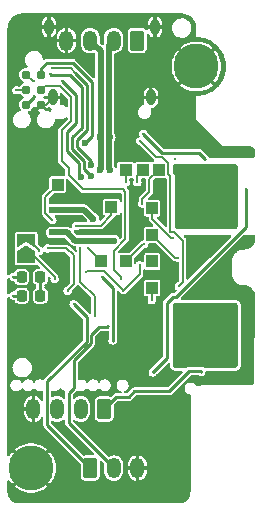
<source format=gbl>
G04 #@! TF.GenerationSoftware,KiCad,Pcbnew,7.0.7*
G04 #@! TF.CreationDate,2023-09-04T22:31:34-04:00*
G04 #@! TF.ProjectId,k1-aioc,6b312d61-696f-4632-9e6b-696361645f70,rev?*
G04 #@! TF.SameCoordinates,Original*
G04 #@! TF.FileFunction,Copper,L4,Bot*
G04 #@! TF.FilePolarity,Positive*
%FSLAX46Y46*%
G04 Gerber Fmt 4.6, Leading zero omitted, Abs format (unit mm)*
G04 Created by KiCad (PCBNEW 7.0.7) date 2023-09-04 22:31:34*
%MOMM*%
%LPD*%
G01*
G04 APERTURE LIST*
G04 Aperture macros list*
%AMRoundRect*
0 Rectangle with rounded corners*
0 $1 Rounding radius*
0 $2 $3 $4 $5 $6 $7 $8 $9 X,Y pos of 4 corners*
0 Add a 4 corners polygon primitive as box body*
4,1,4,$2,$3,$4,$5,$6,$7,$8,$9,$2,$3,0*
0 Add four circle primitives for the rounded corners*
1,1,$1+$1,$2,$3*
1,1,$1+$1,$4,$5*
1,1,$1+$1,$6,$7*
1,1,$1+$1,$8,$9*
0 Add four rect primitives between the rounded corners*
20,1,$1+$1,$2,$3,$4,$5,0*
20,1,$1+$1,$4,$5,$6,$7,0*
20,1,$1+$1,$6,$7,$8,$9,0*
20,1,$1+$1,$8,$9,$2,$3,0*%
%AMFreePoly0*
4,1,6,1.000000,0.000000,0.500000,-0.750000,-0.500000,-0.750000,-0.500000,0.750000,0.500000,0.750000,1.000000,0.000000,1.000000,0.000000,$1*%
%AMFreePoly1*
4,1,6,0.500000,-0.750000,-0.650000,-0.750000,-0.150000,0.000000,-0.650000,0.750000,0.500000,0.750000,0.500000,-0.750000,0.500000,-0.750000,$1*%
G04 Aperture macros list end*
G04 #@! TA.AperFunction,ComponentPad*
%ADD10O,0.800000X1.400000*%
G04 #@! TD*
G04 #@! TA.AperFunction,ComponentPad*
%ADD11C,2.600000*%
G04 #@! TD*
G04 #@! TA.AperFunction,ConnectorPad*
%ADD12C,3.800000*%
G04 #@! TD*
G04 #@! TA.AperFunction,ComponentPad*
%ADD13RoundRect,0.250000X0.350000X0.625000X-0.350000X0.625000X-0.350000X-0.625000X0.350000X-0.625000X0*%
G04 #@! TD*
G04 #@! TA.AperFunction,ComponentPad*
%ADD14O,1.200000X1.750000*%
G04 #@! TD*
G04 #@! TA.AperFunction,ComponentPad*
%ADD15RoundRect,0.250000X-0.350000X-0.625000X0.350000X-0.625000X0.350000X0.625000X-0.350000X0.625000X0*%
G04 #@! TD*
G04 #@! TA.AperFunction,SMDPad,CuDef*
%ADD16R,1.000000X1.000000*%
G04 #@! TD*
G04 #@! TA.AperFunction,SMDPad,CuDef*
%ADD17RoundRect,0.218750X0.218750X0.256250X-0.218750X0.256250X-0.218750X-0.256250X0.218750X-0.256250X0*%
G04 #@! TD*
G04 #@! TA.AperFunction,ConnectorPad*
%ADD18C,0.787400*%
G04 #@! TD*
G04 #@! TA.AperFunction,SMDPad,CuDef*
%ADD19RoundRect,0.218750X-0.218750X-0.256250X0.218750X-0.256250X0.218750X0.256250X-0.218750X0.256250X0*%
G04 #@! TD*
G04 #@! TA.AperFunction,SMDPad,CuDef*
%ADD20FreePoly0,90.000000*%
G04 #@! TD*
G04 #@! TA.AperFunction,SMDPad,CuDef*
%ADD21FreePoly1,90.000000*%
G04 #@! TD*
G04 #@! TA.AperFunction,ViaPad*
%ADD22C,0.300000*%
G04 #@! TD*
G04 #@! TA.AperFunction,ViaPad*
%ADD23C,0.600000*%
G04 #@! TD*
G04 #@! TA.AperFunction,Conductor*
%ADD24C,0.250000*%
G04 #@! TD*
G04 #@! TA.AperFunction,Conductor*
%ADD25C,0.200000*%
G04 #@! TD*
G04 #@! TA.AperFunction,Conductor*
%ADD26C,0.500000*%
G04 #@! TD*
G04 APERTURE END LIST*
D10*
G04 #@! TO.P,J1,S1,SHIELD*
G04 #@! TO.N,GND*
X97240000Y-93910000D03*
X96880000Y-99860000D03*
X88620000Y-99860000D03*
X88260000Y-93910000D03*
G04 #@! TD*
D11*
G04 #@! TO.P,H3,1,1*
G04 #@! TO.N,GND*
X100750000Y-97250000D03*
D12*
X100750000Y-97250000D03*
G04 #@! TD*
D13*
G04 #@! TO.P,J4,1,Pin_1*
G04 #@! TO.N,/RADIO-MIC*
X92950000Y-126250000D03*
D14*
G04 #@! TO.P,J4,2,Pin_2*
G04 #@! TO.N,Net-(J4-Pin_2)*
X90950000Y-126250000D03*
G04 #@! TO.P,J4,3,Pin_3*
G04 #@! TO.N,Net-(J4-Pin_3)*
X88950000Y-126250000D03*
G04 #@! TO.P,J4,4,Pin_4*
G04 #@! TO.N,GND*
X86950000Y-126250000D03*
G04 #@! TD*
D11*
G04 #@! TO.P,H4,1,1*
G04 #@! TO.N,GND*
X86750000Y-131250000D03*
D12*
X86750000Y-131250000D03*
G04 #@! TD*
D15*
G04 #@! TO.P,J3,1,Pin_1*
G04 #@! TO.N,Net-(J3-Pin_1)*
X91750000Y-131250000D03*
D14*
G04 #@! TO.P,J3,2,Pin_2*
G04 #@! TO.N,Net-(J3-Pin_2)*
X93750000Y-131250000D03*
G04 #@! TO.P,J3,3,Pin_3*
G04 #@! TO.N,GND*
X95750000Y-131250000D03*
G04 #@! TD*
D16*
G04 #@! TO.P,TP11,1,1*
G04 #@! TO.N,Net-(U2-PB14)*
X97550000Y-106000000D03*
G04 #@! TD*
G04 #@! TO.P,TP7,1,1*
G04 #@! TO.N,Net-(U2-PB4)*
X93550000Y-109150000D03*
G04 #@! TD*
G04 #@! TO.P,TP2,1,1*
G04 #@! TO.N,Net-(U2-PA6)*
X97000000Y-111500000D03*
G04 #@! TD*
G04 #@! TO.P,TP8,1,1*
G04 #@! TO.N,Net-(U2-PB5)*
X92650000Y-113750000D03*
G04 #@! TD*
D17*
G04 #@! TO.P,D4,1,K*
G04 #@! TO.N,Net-(D1-A)*
X87537500Y-116650000D03*
G04 #@! TO.P,D4,2,A*
G04 #@! TO.N,Net-(D1-K)*
X85962500Y-116650000D03*
G04 #@! TD*
D16*
G04 #@! TO.P,TP1,1,1*
G04 #@! TO.N,Net-(U2-PA5)*
X97000000Y-113750000D03*
G04 #@! TD*
G04 #@! TO.P,TP6,1,1*
G04 #@! TO.N,Net-(U2-PB1)*
X97000000Y-109250000D03*
G04 #@! TD*
D18*
G04 #@! TO.P,J6,1,VCC*
G04 #@! TO.N,+3V3*
X87619000Y-97940000D03*
G04 #@! TO.P,J6,2,SWDIO*
G04 #@! TO.N,/SWDIO*
X86349000Y-97940000D03*
G04 #@! TO.P,J6,3,~{RESET}*
G04 #@! TO.N,/NRST*
X87619000Y-99210000D03*
G04 #@! TO.P,J6,4,SWCLK*
G04 #@! TO.N,/SWCLK*
X86349000Y-99210000D03*
G04 #@! TO.P,J6,5,GND*
G04 #@! TO.N,GND*
X87619000Y-100480000D03*
G04 #@! TO.P,J6,6,SWO*
G04 #@! TO.N,/SWO*
X86349000Y-100480000D03*
G04 #@! TD*
D19*
G04 #@! TO.P,D3,1,K*
G04 #@! TO.N,Net-(D1-K)*
X85962500Y-115050000D03*
G04 #@! TO.P,D3,2,A*
G04 #@! TO.N,Net-(D1-A)*
X87537500Y-115050000D03*
G04 #@! TD*
D20*
G04 #@! TO.P,JP1,1,A*
G04 #@! TO.N,+3V3*
X86350000Y-113375000D03*
D21*
G04 #@! TO.P,JP1,2,B*
G04 #@! TO.N,/BOOT0*
X86350000Y-111925000D03*
G04 #@! TD*
D16*
G04 #@! TO.P,TP12,1,1*
G04 #@! TO.N,Net-(U2-PB15)*
X96250000Y-106000000D03*
G04 #@! TD*
G04 #@! TO.P,TP5,1,1*
G04 #@! TO.N,Net-(U2-PB0)*
X94750000Y-113750000D03*
G04 #@! TD*
G04 #@! TO.P,TP4,1,1*
G04 #@! TO.N,Net-(U2-PA15)*
X89000000Y-107250000D03*
G04 #@! TD*
G04 #@! TO.P,TP13,1,1*
G04 #@! TO.N,Net-(U2-PA2)*
X97000000Y-116000000D03*
G04 #@! TD*
D13*
G04 #@! TO.P,J5,1,Pin_1*
G04 #@! TO.N,/VBUS*
X95750000Y-95050000D03*
D14*
G04 #@! TO.P,J5,2,Pin_2*
G04 #@! TO.N,/USB-DN*
X93750000Y-95050000D03*
G04 #@! TO.P,J5,3,Pin_3*
G04 #@! TO.N,/USB-DP*
X91750000Y-95050000D03*
G04 #@! TO.P,J5,4,Pin_4*
G04 #@! TO.N,GND*
X89750000Y-95050000D03*
G04 #@! TD*
D16*
G04 #@! TO.P,TP3,1,1*
G04 #@! TO.N,Net-(U2-PA8)*
X94750000Y-106000000D03*
G04 #@! TD*
D22*
G04 #@! TO.N,GND*
X88250000Y-117500000D03*
X87250000Y-103000000D03*
X86250000Y-103750000D03*
X85250000Y-109250000D03*
X85250000Y-94750000D03*
X95750000Y-122250000D03*
X89750000Y-131750000D03*
X85250000Y-113750000D03*
D23*
X87050000Y-107500000D03*
X97750000Y-107250000D03*
D22*
X94250000Y-110250000D03*
X85250000Y-112250000D03*
X87250000Y-93250000D03*
X88250000Y-120250000D03*
X89000000Y-127750000D03*
X96750000Y-129500000D03*
X98050000Y-115850000D03*
X88950000Y-122250000D03*
X100950000Y-112650000D03*
D23*
X86750000Y-110750000D03*
D22*
X95750000Y-93250000D03*
D23*
X95345038Y-111725975D03*
D22*
X88350000Y-105950000D03*
X94250000Y-129750000D03*
X98450000Y-115350000D03*
X86750000Y-115750000D03*
X85250000Y-100750000D03*
X88950000Y-114250000D03*
X91250000Y-93250000D03*
D23*
X95250000Y-104750000D03*
D22*
X95550000Y-100850000D03*
X91000000Y-129500000D03*
X97250000Y-131750000D03*
X89250000Y-125000000D03*
X93500000Y-111000000D03*
X85250000Y-115750000D03*
X85250000Y-97250000D03*
X94750000Y-131750000D03*
D23*
X95500000Y-109133029D03*
D22*
X89250000Y-93250000D03*
X98950000Y-105050000D03*
X98750000Y-93250000D03*
D23*
X86450000Y-107500000D03*
D22*
X88250000Y-119000000D03*
X99350000Y-108550000D03*
X91399992Y-122200000D03*
X85250000Y-111250000D03*
X91500000Y-111250000D03*
X94746904Y-116871878D03*
X97050000Y-114950000D03*
X93750000Y-93250000D03*
X95250000Y-128250000D03*
X94650000Y-118850000D03*
D23*
X92250000Y-109250000D03*
D22*
X95850000Y-125250000D03*
X98050000Y-126550000D03*
G04 #@! TO.N,Net-(D1-K)*
X85250000Y-116650000D03*
X85250000Y-115050000D03*
G04 #@! TO.N,Net-(D1-A)*
X87537500Y-115850000D03*
G04 #@! TO.N,/SWCLK*
X85500000Y-99250000D03*
X88550000Y-97399500D03*
D23*
X91850000Y-105616006D03*
D22*
G04 #@! TO.N,Net-(J3-Pin_1)*
X90350000Y-117350000D03*
G04 #@! TO.N,Net-(J3-Pin_2)*
X93250000Y-119250000D03*
G04 #@! TO.N,/SWDIO*
X87000000Y-98500000D03*
X88357558Y-97860443D03*
D23*
X91850000Y-106524076D03*
G04 #@! TO.N,/USB-DP*
X92600000Y-103250000D03*
X92600000Y-106000000D03*
G04 #@! TO.N,/USB-DN*
X93400000Y-103250000D03*
X93400000Y-106000000D03*
D22*
G04 #@! TO.N,+3V3*
X91442254Y-114646670D03*
D23*
X91300000Y-103750000D03*
X92035571Y-110144564D03*
D22*
X95950000Y-114050000D03*
D23*
X88550000Y-109375735D03*
D22*
X88750000Y-115250000D03*
D23*
G04 #@! TO.N,+3.3VA*
X93750000Y-112000000D03*
X88500000Y-111300000D03*
D22*
G04 #@! TO.N,/817_PTT*
X93650000Y-120450000D03*
X92750000Y-115050000D03*
G04 #@! TO.N,/817_TX*
X92150000Y-118350000D03*
X90922394Y-112632761D03*
G04 #@! TO.N,/817_RX*
X89850000Y-116240000D03*
X88147917Y-112647917D03*
G04 #@! TO.N,Net-(U2-PA5)*
X97150000Y-113650000D03*
G04 #@! TO.N,/RADIO-MIC*
X101150000Y-123050000D03*
G04 #@! TO.N,/RADIO-SPK*
X104950000Y-107650000D03*
X97050000Y-123150000D03*
G04 #@! TO.N,/RADIO-RX-PTT1*
X96000000Y-103550000D03*
X99000000Y-117500000D03*
X99250000Y-115850000D03*
G04 #@! TO.N,/RADIO-TX*
X101450000Y-105050000D03*
X96250000Y-102950000D03*
G04 #@! TO.N,/NRST*
X94338531Y-115241177D03*
G04 #@! TO.N,/SWO*
X89350000Y-98449500D03*
X87000000Y-99750000D03*
D23*
X91000000Y-106569338D03*
D22*
G04 #@! TO.N,/BOOT0*
X87447766Y-112840223D03*
G04 #@! TO.N,Net-(U2-PA6)*
X99174021Y-113433370D03*
G04 #@! TO.N,Net-(U2-PA8)*
X94750000Y-107050000D03*
G04 #@! TO.N,Net-(U2-PA15)*
X88550000Y-110250000D03*
G04 #@! TO.N,Net-(U2-PB0)*
X96320183Y-112299695D03*
G04 #@! TO.N,Net-(U2-PB1)*
X98750000Y-111749500D03*
G04 #@! TO.N,Net-(U2-PB4)*
X90564548Y-110744564D03*
G04 #@! TO.N,Net-(U2-PB5)*
X91550000Y-112650000D03*
G04 #@! TO.N,Net-(U2-PB14)*
X96150000Y-108850000D03*
G04 #@! TO.N,Net-(U2-PB15)*
X95750000Y-107050000D03*
G04 #@! TO.N,Net-(U2-PA2)*
X96968822Y-117032425D03*
G04 #@! TD*
D24*
G04 #@! TO.N,/RADIO-SPK*
X97050000Y-123150000D02*
X98250000Y-121950000D01*
X98750000Y-116750000D02*
X99050000Y-116750000D01*
X98250000Y-121950000D02*
X98250000Y-117250000D01*
X98250000Y-117250000D02*
X98750000Y-116750000D01*
X99050000Y-116750000D02*
X104950000Y-110850000D01*
X104950000Y-110850000D02*
X104950000Y-107650000D01*
D25*
G04 #@! TO.N,GND*
X88000000Y-100480000D02*
X88620000Y-99860000D01*
X87619000Y-100480000D02*
X88000000Y-100480000D01*
D24*
X86950000Y-131050000D02*
X86750000Y-131250000D01*
G04 #@! TO.N,Net-(D1-K)*
X85962500Y-115050000D02*
X85250000Y-115050000D01*
X85962500Y-116650000D02*
X85250000Y-116650000D01*
G04 #@! TO.N,Net-(D1-A)*
X87537500Y-116650000D02*
X87537500Y-115850000D01*
X87537500Y-115050000D02*
X87537500Y-115850000D01*
G04 #@! TO.N,/SWCLK*
X91475000Y-98777208D02*
X90497792Y-97800000D01*
D25*
X90097292Y-97399500D02*
X90497792Y-97800000D01*
D24*
X91850000Y-105233884D02*
X90675000Y-104058884D01*
D25*
X86309000Y-99250000D02*
X86349000Y-99210000D01*
X88550000Y-97399500D02*
X90097292Y-97399500D01*
X85500000Y-99250000D02*
X86309000Y-99250000D01*
D24*
X90675000Y-104058884D02*
X90675000Y-103441116D01*
X91475000Y-102641116D02*
X91475000Y-98777208D01*
X90675000Y-103441116D02*
X91475000Y-102641116D01*
X91850000Y-105616006D02*
X91850000Y-105233884D01*
G04 #@! TO.N,Net-(J3-Pin_1)*
X88125000Y-123880026D02*
X91450000Y-120555026D01*
X88125000Y-127625000D02*
X88125000Y-123880026D01*
X91450000Y-118450000D02*
X90350000Y-117350000D01*
X91750000Y-131250000D02*
X88125000Y-127625000D01*
X91450000Y-120555026D02*
X91450000Y-118450000D01*
G04 #@! TO.N,Net-(J3-Pin_2)*
X93750000Y-131250000D02*
X89950000Y-127450000D01*
X91849992Y-119950008D02*
X92500000Y-119300000D01*
X93200000Y-119300000D02*
X93250000Y-119250000D01*
X90375000Y-124508883D02*
X90375000Y-122125000D01*
X91849992Y-120650008D02*
X91849992Y-119950008D01*
X89950000Y-124933883D02*
X90375000Y-124508883D01*
X92500000Y-119300000D02*
X93200000Y-119300000D01*
X89950000Y-127450000D02*
X89950000Y-124933883D01*
X90375000Y-122125000D02*
X91849992Y-120650008D01*
G04 #@! TO.N,/SWDIO*
X90225000Y-104245280D02*
X91225000Y-105245280D01*
D25*
X87000000Y-98500000D02*
X86909000Y-98500000D01*
D24*
X91225000Y-105899076D02*
X91850000Y-106524076D01*
X88472115Y-97975000D02*
X90036396Y-97975000D01*
D25*
X86909000Y-98500000D02*
X86349000Y-97940000D01*
D24*
X90036396Y-97975000D02*
X91025000Y-98963604D01*
X91025000Y-98963604D02*
X91025000Y-102454720D01*
X91025000Y-102454720D02*
X90225000Y-103254720D01*
X91225000Y-105245280D02*
X91225000Y-105899076D01*
X88357558Y-97860443D02*
X88472115Y-97975000D01*
X90225000Y-103254720D02*
X90225000Y-104245280D01*
D26*
G04 #@! TO.N,/USB-DP*
X92600000Y-106000000D02*
X92650000Y-105950000D01*
X92650000Y-95950000D02*
X91750000Y-95050000D01*
X92650000Y-105950000D02*
X92650000Y-95950000D01*
G04 #@! TO.N,/USB-DN*
X93400000Y-106000000D02*
X93350000Y-105950000D01*
X93350000Y-105950000D02*
X93350000Y-95450000D01*
X93350000Y-95450000D02*
X93750000Y-95050000D01*
G04 #@! TO.N,+3V3*
X92035571Y-110144564D02*
X91266742Y-109375735D01*
D24*
X88075000Y-96925000D02*
X90259188Y-96925000D01*
D25*
X86350000Y-113375000D02*
X87071123Y-113375000D01*
X94550000Y-116213603D02*
X94550000Y-116250000D01*
D24*
X90467094Y-97132906D02*
X91925000Y-98590812D01*
D25*
X94550000Y-116250000D02*
X95950000Y-114850000D01*
D26*
X91919064Y-110144564D02*
X92035571Y-110144564D01*
D24*
X87619000Y-97940000D02*
X87619000Y-97381000D01*
D25*
X88750000Y-115053877D02*
X88750000Y-115250000D01*
D24*
X91925000Y-98590812D02*
X91925000Y-103125000D01*
X91925000Y-103125000D02*
X91300000Y-103750000D01*
X90259188Y-96925000D02*
X90467094Y-97132906D01*
D26*
X91266742Y-109375735D02*
X88550000Y-109375735D01*
D24*
X87619000Y-97381000D02*
X88075000Y-96925000D01*
D25*
X91442254Y-114646670D02*
X91488924Y-114600000D01*
X95950000Y-114850000D02*
X95950000Y-114050000D01*
X92936397Y-114600000D02*
X94550000Y-116213603D01*
X87071123Y-113375000D02*
X88750000Y-115053877D01*
X91488924Y-114600000D02*
X92936397Y-114600000D01*
D26*
G04 #@! TO.N,+3.3VA*
X93000000Y-112000000D02*
X90500000Y-112000000D01*
X93000000Y-112000000D02*
X93500000Y-112000000D01*
X90500000Y-112000000D02*
X89800000Y-111300000D01*
X93500000Y-112000000D02*
X93750000Y-112000000D01*
X89800000Y-111300000D02*
X88500000Y-111300000D01*
D24*
G04 #@! TO.N,/817_PTT*
X93700000Y-116000000D02*
X92750000Y-115050000D01*
X93700000Y-120400000D02*
X93700000Y-116000000D01*
X93650000Y-120450000D02*
X93700000Y-120400000D01*
D25*
G04 #@! TO.N,/817_TX*
X92150000Y-116696582D02*
X92150000Y-118350000D01*
X90922394Y-112632761D02*
X90922394Y-115468976D01*
X90922394Y-115468976D02*
X92150000Y-116696582D01*
G04 #@! TO.N,/817_RX*
X90350000Y-113250000D02*
X89747917Y-112647917D01*
X90350000Y-115650000D02*
X90350000Y-113250000D01*
X89850000Y-116150000D02*
X89850000Y-116240000D01*
X90350000Y-115650000D02*
X89850000Y-116150000D01*
X89747917Y-112647917D02*
X88147917Y-112647917D01*
G04 #@! TO.N,Net-(U2-PA5)*
X97100000Y-113650000D02*
X97000000Y-113750000D01*
X97150000Y-113650000D02*
X97100000Y-113650000D01*
D24*
G04 #@! TO.N,/RADIO-MIC*
X92950000Y-126250000D02*
X93950000Y-125250000D01*
X93950000Y-125250000D02*
X95000000Y-125250000D01*
X100150000Y-123050000D02*
X101150000Y-123050000D01*
X95500000Y-124750000D02*
X98450000Y-124750000D01*
X95000000Y-125250000D02*
X95500000Y-124750000D01*
X98450000Y-124750000D02*
X100150000Y-123050000D01*
X101150000Y-123150000D02*
X101150000Y-123050000D01*
D25*
G04 #@! TO.N,/RADIO-RX-PTT1*
X98350000Y-105400000D02*
X97825000Y-104875000D01*
X98550000Y-111250000D02*
X98550000Y-106550000D01*
X97325000Y-104875000D02*
X96000000Y-103550000D01*
X99250000Y-115850000D02*
X99599021Y-115500979D01*
X98550000Y-106550000D02*
X98350000Y-106350000D01*
X99599021Y-111997480D02*
X98851541Y-111250000D01*
X98851541Y-111250000D02*
X98550000Y-111250000D01*
X99599021Y-115500979D02*
X99599021Y-111997480D01*
X98350000Y-106350000D02*
X98350000Y-105400000D01*
X97825000Y-104875000D02*
X97325000Y-104875000D01*
D24*
G04 #@! TO.N,/RADIO-TX*
X100950000Y-104550000D02*
X97850000Y-104550000D01*
X97850000Y-104550000D02*
X96250000Y-102950000D01*
X101450000Y-105050000D02*
X100950000Y-104550000D01*
D25*
G04 #@! TO.N,/NRST*
X91150000Y-107650000D02*
X89950000Y-106450000D01*
X94745038Y-111853491D02*
X94745038Y-107845038D01*
X89350000Y-102650000D02*
X90150000Y-101850000D01*
X89160000Y-98860000D02*
X87969000Y-98860000D01*
X90150000Y-99850000D02*
X89160000Y-98860000D01*
X87969000Y-98860000D02*
X87619000Y-99210000D01*
X90150000Y-101850000D02*
X90150000Y-99850000D01*
X94550000Y-107650000D02*
X91150000Y-107650000D01*
X94745038Y-107845038D02*
X94550000Y-107650000D01*
X94338531Y-115098886D02*
X93748529Y-114508884D01*
X89350000Y-105250000D02*
X89350000Y-102650000D01*
X94338531Y-115241177D02*
X94338531Y-115098886D01*
X93748529Y-114508884D02*
X93748529Y-112850000D01*
X89950000Y-106450000D02*
X89950000Y-105850000D01*
X93748529Y-112850000D02*
X94745038Y-111853491D01*
X89950000Y-105850000D02*
X89350000Y-105250000D01*
D24*
G04 #@! TO.N,/SWO*
X90775000Y-106344338D02*
X91000000Y-106569338D01*
X87000000Y-99750000D02*
X87000000Y-99829000D01*
X89350540Y-98449500D02*
X90575000Y-99673960D01*
X89775000Y-102826040D02*
X89775000Y-104431676D01*
X90775000Y-105431676D02*
X90775000Y-106344338D01*
X89775000Y-104431676D02*
X90775000Y-105431676D01*
X90575000Y-99673960D02*
X90575000Y-102026040D01*
X87000000Y-99829000D02*
X86349000Y-100480000D01*
X90575000Y-102026040D02*
X89775000Y-102826040D01*
X89350000Y-98449500D02*
X89350540Y-98449500D01*
D25*
G04 #@! TO.N,/BOOT0*
X87447766Y-112798502D02*
X87447766Y-112840223D01*
X86350000Y-111925000D02*
X86574264Y-111925000D01*
X86574264Y-111925000D02*
X87447766Y-112798502D01*
G04 #@! TO.N,Net-(U2-PA6)*
X98933370Y-113433370D02*
X97000000Y-111500000D01*
X99174021Y-113433370D02*
X98933370Y-113433370D01*
G04 #@! TO.N,Net-(U2-PA8)*
X94750000Y-107050000D02*
X94750000Y-106500000D01*
G04 #@! TO.N,Net-(U2-PA15)*
X87950000Y-108300000D02*
X89000000Y-107250000D01*
X88550000Y-110250000D02*
X87950000Y-109650000D01*
X87950000Y-109650000D02*
X87950000Y-108300000D01*
G04 #@! TO.N,Net-(U2-PB0)*
X96320183Y-112299695D02*
X96200305Y-112299695D01*
X96200305Y-112299695D02*
X94750000Y-113750000D01*
G04 #@! TO.N,Net-(U2-PB1)*
X97000000Y-110124264D02*
X97000000Y-109250000D01*
X98625236Y-111749500D02*
X97000000Y-110124264D01*
X98750000Y-111749500D02*
X98625236Y-111749500D01*
G04 #@! TO.N,Net-(U2-PB4)*
X90564548Y-110744564D02*
X92655436Y-110744564D01*
X93550000Y-109850000D02*
X93550000Y-109150000D01*
X92655436Y-110744564D02*
X93550000Y-109850000D01*
G04 #@! TO.N,Net-(U2-PB5)*
X92650000Y-113750000D02*
X91550000Y-112650000D01*
G04 #@! TO.N,Net-(U2-PB14)*
X96150000Y-108850000D02*
X96150000Y-108500000D01*
X96750000Y-107900000D02*
X96750000Y-106800000D01*
X96150000Y-108500000D02*
X96750000Y-107900000D01*
X96750000Y-106800000D02*
X97550000Y-106000000D01*
G04 #@! TO.N,Net-(U2-PB15)*
X95750000Y-106500000D02*
X96250000Y-106000000D01*
X95750000Y-107050000D02*
X95750000Y-106500000D01*
G04 #@! TO.N,Net-(U2-PA2)*
X97000000Y-117001247D02*
X96968822Y-117032425D01*
X97000000Y-116000000D02*
X97000000Y-117001247D01*
G04 #@! TD*
G04 #@! TA.AperFunction,Conductor*
G04 #@! TO.N,GND*
G36*
X99501938Y-92750653D02*
G01*
X99525464Y-92752504D01*
X99556942Y-92754981D01*
X99695271Y-92767084D01*
X99704222Y-92768262D01*
X99709264Y-92769195D01*
X99791631Y-92788970D01*
X99900987Y-92818273D01*
X99907124Y-92820357D01*
X99993216Y-92856017D01*
X100027846Y-92872165D01*
X100091053Y-92901639D01*
X100095991Y-92904293D01*
X100176380Y-92953555D01*
X100178860Y-92955181D01*
X100264757Y-93015327D01*
X100268506Y-93018230D01*
X100340797Y-93079973D01*
X100343652Y-93082612D01*
X100417386Y-93156346D01*
X100420025Y-93159201D01*
X100481768Y-93231492D01*
X100484677Y-93235248D01*
X100544807Y-93321123D01*
X100546458Y-93323641D01*
X100595705Y-93404007D01*
X100598363Y-93408954D01*
X100643983Y-93506783D01*
X100679642Y-93592874D01*
X100681725Y-93599011D01*
X100711034Y-93708390D01*
X100730794Y-93790695D01*
X100731738Y-93795787D01*
X100732915Y-93804721D01*
X100745020Y-93943081D01*
X100749347Y-93998062D01*
X100749500Y-94001948D01*
X100749499Y-94750499D01*
X100749555Y-94750554D01*
X100752169Y-94750631D01*
X100956396Y-94762984D01*
X101047635Y-94768725D01*
X101053051Y-94769236D01*
X101057290Y-94769825D01*
X101225907Y-94800725D01*
X101353033Y-94824976D01*
X101358423Y-94826326D01*
X101516706Y-94875649D01*
X101646507Y-94917825D01*
X101651514Y-94919758D01*
X101796919Y-94985200D01*
X101800034Y-94986602D01*
X101926320Y-95046027D01*
X101930851Y-95048455D01*
X102068953Y-95131941D01*
X102132689Y-95172389D01*
X102157092Y-95187876D01*
X102188223Y-95207632D01*
X102192208Y-95210446D01*
X102278498Y-95278050D01*
X102318542Y-95309423D01*
X102367036Y-95349541D01*
X102428241Y-95400173D01*
X102431686Y-95403309D01*
X102544762Y-95516384D01*
X102642746Y-95620726D01*
X102645623Y-95624078D01*
X102684971Y-95674302D01*
X102744025Y-95749680D01*
X102780991Y-95800559D01*
X102828504Y-95865954D01*
X102830805Y-95869421D01*
X102913241Y-96005787D01*
X102957339Y-96086001D01*
X102982674Y-96132085D01*
X102984437Y-96135618D01*
X103049316Y-96279774D01*
X103050201Y-96281867D01*
X103102968Y-96415144D01*
X103104204Y-96418641D01*
X103151172Y-96569366D01*
X103151858Y-96571783D01*
X103187552Y-96710800D01*
X103188297Y-96714189D01*
X103216736Y-96869381D01*
X103217157Y-96872100D01*
X103235151Y-97014532D01*
X103235451Y-97017748D01*
X103244977Y-97175237D01*
X103245067Y-97178202D01*
X103245067Y-97321796D01*
X103244977Y-97324764D01*
X103242780Y-97361094D01*
X103235451Y-97482250D01*
X103235151Y-97485466D01*
X103217157Y-97627898D01*
X103216736Y-97630617D01*
X103188297Y-97785809D01*
X103187552Y-97789198D01*
X103151858Y-97928215D01*
X103151172Y-97930632D01*
X103104204Y-98081357D01*
X103102968Y-98084854D01*
X103050201Y-98218131D01*
X103049316Y-98220224D01*
X102984437Y-98364380D01*
X102982675Y-98367912D01*
X102933539Y-98457292D01*
X102914957Y-98491093D01*
X102913244Y-98494208D01*
X102898314Y-98518905D01*
X102830809Y-98630571D01*
X102828493Y-98634060D01*
X102744025Y-98750319D01*
X102645629Y-98875912D01*
X102642746Y-98879271D01*
X102544762Y-98983615D01*
X102431685Y-99096690D01*
X102428235Y-99099829D01*
X102318542Y-99190576D01*
X102192229Y-99289536D01*
X102188223Y-99292366D01*
X102068953Y-99368058D01*
X101930851Y-99451543D01*
X101926316Y-99453972D01*
X101800034Y-99513397D01*
X101651523Y-99580236D01*
X101646501Y-99582175D01*
X101516649Y-99624368D01*
X101358451Y-99673665D01*
X101353000Y-99675029D01*
X101322992Y-99680753D01*
X101225872Y-99699280D01*
X101057297Y-99730173D01*
X101053032Y-99730764D01*
X101047635Y-99731275D01*
X100956442Y-99737012D01*
X100752126Y-99749370D01*
X100749549Y-99749451D01*
X100749501Y-99749500D01*
X100749500Y-99749500D01*
X100749500Y-99749501D01*
X100749500Y-101730313D01*
X100749427Y-101730680D01*
X100749457Y-101750001D01*
X100749575Y-101750283D01*
X100749615Y-101750381D01*
X100760814Y-101761523D01*
X102985702Y-103986409D01*
X102985958Y-103986791D01*
X102999616Y-104000381D01*
X102999617Y-104000383D01*
X102999717Y-104000424D01*
X103000000Y-104000542D01*
X103000000Y-104000541D01*
X103000001Y-104000542D01*
X103019608Y-104000550D01*
X103019864Y-104000500D01*
X105247225Y-104000500D01*
X105252764Y-104000811D01*
X105276365Y-104003470D01*
X105345199Y-104012533D01*
X105348335Y-104013050D01*
X105374793Y-104018313D01*
X105381483Y-104020139D01*
X105415079Y-104031894D01*
X105417648Y-104032875D01*
X105468113Y-104053778D01*
X105471049Y-104055109D01*
X105486718Y-104062836D01*
X105491155Y-104065317D01*
X105510699Y-104077596D01*
X105526011Y-104087217D01*
X105529794Y-104089849D01*
X105576179Y-104125442D01*
X105578653Y-104127473D01*
X105583755Y-104131947D01*
X105586116Y-104134159D01*
X105615841Y-104163883D01*
X105618047Y-104166239D01*
X105622516Y-104171335D01*
X105624568Y-104173834D01*
X105660145Y-104220200D01*
X105662788Y-104224000D01*
X105684682Y-104258843D01*
X105687166Y-104263287D01*
X105694892Y-104278955D01*
X105696230Y-104281908D01*
X105717115Y-104332329D01*
X105718105Y-104334923D01*
X105729856Y-104368505D01*
X105731685Y-104375205D01*
X105736944Y-104401640D01*
X105737472Y-104404838D01*
X105746531Y-104473655D01*
X105749187Y-104497223D01*
X105749499Y-104502772D01*
X105749499Y-104742761D01*
X105747597Y-104762074D01*
X105734811Y-104826356D01*
X105720028Y-104862045D01*
X105687716Y-104910403D01*
X105660403Y-104937716D01*
X105612045Y-104970028D01*
X105576358Y-104984811D01*
X105525997Y-104994828D01*
X105509561Y-104998098D01*
X105490248Y-105000000D01*
X101878566Y-105000000D01*
X101820375Y-104981093D01*
X101790356Y-104945945D01*
X101787500Y-104940339D01*
X101737095Y-104841413D01*
X101658587Y-104762905D01*
X101656648Y-104761917D01*
X101600473Y-104733294D01*
X101575415Y-104715089D01*
X101191741Y-104331414D01*
X101188822Y-104328229D01*
X101162456Y-104296806D01*
X101139019Y-104283275D01*
X101126918Y-104276288D01*
X101123288Y-104273975D01*
X101089684Y-104250446D01*
X101089679Y-104250443D01*
X101088224Y-104250054D01*
X101064348Y-104240164D01*
X101063045Y-104239411D01*
X101022652Y-104232289D01*
X101018436Y-104231354D01*
X100992153Y-104224312D01*
X100978807Y-104220736D01*
X100978806Y-104220736D01*
X100974381Y-104221123D01*
X100937926Y-104224312D01*
X100933626Y-104224500D01*
X98025834Y-104224500D01*
X97967643Y-104205593D01*
X97955830Y-104195504D01*
X96584909Y-102824583D01*
X96566703Y-102799523D01*
X96537097Y-102741416D01*
X96537096Y-102741415D01*
X96537095Y-102741413D01*
X96458587Y-102662905D01*
X96359661Y-102612500D01*
X96250000Y-102595131D01*
X96140338Y-102612500D01*
X96041413Y-102662905D01*
X95962905Y-102741413D01*
X95912500Y-102840338D01*
X95895131Y-102949999D01*
X95895131Y-102950000D01*
X95912500Y-103059662D01*
X95924811Y-103083823D01*
X95934383Y-103144255D01*
X95906606Y-103198772D01*
X95881548Y-103216978D01*
X95791414Y-103262904D01*
X95712905Y-103341413D01*
X95662500Y-103440338D01*
X95648329Y-103529812D01*
X95645131Y-103550000D01*
X95662500Y-103659661D01*
X95712905Y-103758587D01*
X95791413Y-103837095D01*
X95890339Y-103887500D01*
X95890340Y-103887500D01*
X95897747Y-103889907D01*
X95896835Y-103892712D01*
X95939432Y-103914404D01*
X95939449Y-103914420D01*
X97066436Y-105041407D01*
X97074537Y-105052647D01*
X97075516Y-105051909D01*
X97081044Y-105059230D01*
X97116569Y-105091616D01*
X97118223Y-105093195D01*
X97132199Y-105107170D01*
X97132203Y-105107174D01*
X97135135Y-105109183D01*
X97140501Y-105113433D01*
X97148625Y-105120839D01*
X97155755Y-105127339D01*
X97186020Y-105180516D01*
X97179248Y-105241325D01*
X97138027Y-105286541D01*
X97089058Y-105299500D01*
X97030252Y-105299500D01*
X97030251Y-105299500D01*
X97030241Y-105299501D01*
X96971772Y-105311132D01*
X96971767Y-105311134D01*
X96955001Y-105322337D01*
X96896113Y-105338945D01*
X96844999Y-105322337D01*
X96828232Y-105311134D01*
X96828233Y-105311134D01*
X96828231Y-105311133D01*
X96828228Y-105311132D01*
X96828227Y-105311132D01*
X96769758Y-105299501D01*
X96769748Y-105299500D01*
X95730252Y-105299500D01*
X95730251Y-105299500D01*
X95730241Y-105299501D01*
X95671772Y-105311132D01*
X95671766Y-105311134D01*
X95605451Y-105355445D01*
X95605445Y-105355451D01*
X95582315Y-105390068D01*
X95534264Y-105427947D01*
X95473126Y-105430349D01*
X95422253Y-105396355D01*
X95417685Y-105390068D01*
X95394554Y-105355451D01*
X95394552Y-105355448D01*
X95394548Y-105355445D01*
X95328233Y-105311134D01*
X95328231Y-105311133D01*
X95328228Y-105311132D01*
X95328227Y-105311132D01*
X95269758Y-105299501D01*
X95269748Y-105299500D01*
X94230252Y-105299500D01*
X94230251Y-105299500D01*
X94230241Y-105299501D01*
X94171772Y-105311132D01*
X94171766Y-105311134D01*
X94105451Y-105355445D01*
X94105445Y-105355451D01*
X94061134Y-105421766D01*
X94061132Y-105421772D01*
X94049501Y-105480241D01*
X94049500Y-105480253D01*
X94049500Y-105762291D01*
X94030593Y-105820482D01*
X93981093Y-105856446D01*
X93919907Y-105856446D01*
X93870407Y-105820482D01*
X93860447Y-105803418D01*
X93840851Y-105760511D01*
X93825377Y-105726627D01*
X93824679Y-105725821D01*
X93824332Y-105725001D01*
X93821549Y-105720670D01*
X93822298Y-105720188D01*
X93800863Y-105669461D01*
X93800500Y-105660992D01*
X93800500Y-103589008D01*
X93819407Y-103530817D01*
X93824684Y-103524173D01*
X93824807Y-103524029D01*
X93825377Y-103523373D01*
X93885165Y-103392457D01*
X93905647Y-103250000D01*
X93905575Y-103249500D01*
X93885165Y-103107543D01*
X93831563Y-102990173D01*
X93825377Y-102976627D01*
X93824679Y-102975821D01*
X93824332Y-102975001D01*
X93821549Y-102970670D01*
X93822298Y-102970188D01*
X93800863Y-102919461D01*
X93800500Y-102910992D01*
X93800500Y-101110000D01*
X95769534Y-101110000D01*
X95777064Y-101167200D01*
X95789313Y-101260236D01*
X95847302Y-101400233D01*
X95939549Y-101520451D01*
X96059767Y-101612698D01*
X96199764Y-101670687D01*
X96312280Y-101685500D01*
X96312281Y-101685500D01*
X96387719Y-101685500D01*
X96387720Y-101685500D01*
X96500236Y-101670687D01*
X96640233Y-101612698D01*
X96760451Y-101520451D01*
X96852698Y-101400233D01*
X96910687Y-101260236D01*
X96930466Y-101110000D01*
X96910687Y-100959764D01*
X96899500Y-100932756D01*
X96882041Y-100890605D01*
X96877240Y-100829608D01*
X96909210Y-100777440D01*
X96960584Y-100754567D01*
X97036627Y-100744556D01*
X97036635Y-100744554D01*
X97182584Y-100684100D01*
X97182589Y-100684098D01*
X97307919Y-100587929D01*
X97307929Y-100587919D01*
X97404098Y-100462589D01*
X97404100Y-100462584D01*
X97464554Y-100316635D01*
X97464556Y-100316627D01*
X97479999Y-100199323D01*
X97480000Y-100199322D01*
X97480000Y-100010001D01*
X97479999Y-100010000D01*
X97229000Y-100010000D01*
X97170809Y-99991093D01*
X97134845Y-99941593D01*
X97130000Y-99911000D01*
X97130000Y-99809000D01*
X97148907Y-99750809D01*
X97198407Y-99714845D01*
X97229000Y-99710000D01*
X97479999Y-99710000D01*
X97480000Y-99709999D01*
X97480000Y-99520678D01*
X97479999Y-99520676D01*
X97464556Y-99403372D01*
X97464554Y-99403364D01*
X97404100Y-99257415D01*
X97404098Y-99257410D01*
X97307929Y-99132080D01*
X97307919Y-99132070D01*
X97182589Y-99035901D01*
X97182585Y-99035899D01*
X97036636Y-98975445D01*
X97036627Y-98975443D01*
X97030000Y-98974571D01*
X97030000Y-99214307D01*
X97011093Y-99272498D01*
X96961593Y-99308462D01*
X96911686Y-99311404D01*
X96880000Y-99305102D01*
X96848313Y-99311404D01*
X96787553Y-99304213D01*
X96742623Y-99262681D01*
X96730000Y-99214307D01*
X96730000Y-98974571D01*
X96723372Y-98975443D01*
X96723364Y-98975445D01*
X96577415Y-99035899D01*
X96577410Y-99035901D01*
X96452080Y-99132070D01*
X96452070Y-99132080D01*
X96355901Y-99257410D01*
X96355899Y-99257415D01*
X96295445Y-99403364D01*
X96295443Y-99403372D01*
X96280000Y-99520676D01*
X96280000Y-99709999D01*
X96280001Y-99710000D01*
X96531000Y-99710000D01*
X96589191Y-99728907D01*
X96625155Y-99778407D01*
X96630000Y-99809000D01*
X96630000Y-99911000D01*
X96611093Y-99969191D01*
X96561593Y-100005155D01*
X96531000Y-100010000D01*
X96280001Y-100010000D01*
X96280000Y-100010001D01*
X96280000Y-100199323D01*
X96295443Y-100316627D01*
X96295445Y-100316635D01*
X96332518Y-100406137D01*
X96337319Y-100467133D01*
X96305349Y-100519302D01*
X96253978Y-100542175D01*
X96199765Y-100549312D01*
X96199761Y-100549314D01*
X96059768Y-100607301D01*
X95939551Y-100699547D01*
X95939547Y-100699551D01*
X95847301Y-100819768D01*
X95789314Y-100959761D01*
X95789312Y-100959767D01*
X95769534Y-101109999D01*
X95769534Y-101110000D01*
X93800500Y-101110000D01*
X93800500Y-97250003D01*
X98645093Y-97250003D01*
X98664697Y-97536614D01*
X98664699Y-97536623D01*
X98723147Y-97817893D01*
X98819358Y-98088602D01*
X98951525Y-98343674D01*
X99117193Y-98578372D01*
X99117199Y-98578379D01*
X99161765Y-98626098D01*
X99795013Y-97992853D01*
X99849530Y-97965076D01*
X99909962Y-97974647D01*
X99933335Y-97991208D01*
X100007176Y-98061616D01*
X100036243Y-98115456D01*
X100028112Y-98176099D01*
X100008862Y-98203268D01*
X99374219Y-98837911D01*
X99374219Y-98837912D01*
X99536132Y-98969638D01*
X99536148Y-98969649D01*
X99781601Y-99118913D01*
X99781608Y-99118917D01*
X100045107Y-99233370D01*
X100321740Y-99310879D01*
X100321749Y-99310881D01*
X100606356Y-99349999D01*
X100606362Y-99350000D01*
X100893638Y-99350000D01*
X100893643Y-99349999D01*
X101178250Y-99310881D01*
X101178259Y-99310879D01*
X101454892Y-99233370D01*
X101718389Y-99118918D01*
X101963857Y-98969645D01*
X101963863Y-98969641D01*
X102125778Y-98837912D01*
X101493481Y-98205614D01*
X101465704Y-98151097D01*
X101475275Y-98090665D01*
X101502289Y-98057790D01*
X101512540Y-98049729D01*
X101558651Y-97996513D01*
X101611045Y-97964918D01*
X101672006Y-97970153D01*
X101703473Y-97991341D01*
X102338232Y-98626099D01*
X102338233Y-98626099D01*
X102382793Y-98578387D01*
X102382806Y-98578372D01*
X102548474Y-98343674D01*
X102680641Y-98088602D01*
X102776852Y-97817893D01*
X102835300Y-97536623D01*
X102835302Y-97536614D01*
X102854907Y-97250003D01*
X102854907Y-97249996D01*
X102835302Y-96963385D01*
X102835300Y-96963376D01*
X102776852Y-96682106D01*
X102680641Y-96411397D01*
X102548474Y-96156325D01*
X102382806Y-95921627D01*
X102382800Y-95921620D01*
X102338232Y-95873899D01*
X101704984Y-96507145D01*
X101650468Y-96534922D01*
X101590036Y-96525351D01*
X101566663Y-96508790D01*
X101492822Y-96438382D01*
X101463755Y-96384542D01*
X101471886Y-96323899D01*
X101491136Y-96296729D01*
X102125778Y-95662086D01*
X102125779Y-95662086D01*
X101963867Y-95530361D01*
X101963851Y-95530350D01*
X101718398Y-95381086D01*
X101718391Y-95381082D01*
X101454892Y-95266629D01*
X101178259Y-95189120D01*
X101178250Y-95189118D01*
X100893643Y-95150000D01*
X100606356Y-95150000D01*
X100321749Y-95189118D01*
X100321740Y-95189120D01*
X100045107Y-95266629D01*
X99781608Y-95381082D01*
X99781601Y-95381086D01*
X99536148Y-95530350D01*
X99536132Y-95530361D01*
X99374220Y-95662086D01*
X100006518Y-96294385D01*
X100034295Y-96348902D01*
X100024724Y-96409334D01*
X99997713Y-96442207D01*
X99987460Y-96450271D01*
X99941349Y-96503486D01*
X99888953Y-96535081D01*
X99827992Y-96529845D01*
X99796527Y-96508658D01*
X99161766Y-95873899D01*
X99117196Y-95921623D01*
X98951525Y-96156325D01*
X98819358Y-96411397D01*
X98723147Y-96682106D01*
X98664699Y-96963376D01*
X98664697Y-96963385D01*
X98645093Y-97249996D01*
X98645093Y-97250003D01*
X93800500Y-97250003D01*
X93800500Y-96213347D01*
X93819407Y-96155156D01*
X93868907Y-96119192D01*
X93888410Y-96114970D01*
X93929255Y-96110368D01*
X93937146Y-96107607D01*
X93973774Y-96094790D01*
X94099522Y-96050789D01*
X94252262Y-95954816D01*
X94379816Y-95827262D01*
X94441386Y-95729274D01*
X94949500Y-95729274D01*
X94952353Y-95759694D01*
X94952355Y-95759703D01*
X94997207Y-95887883D01*
X95077845Y-95997144D01*
X95077847Y-95997146D01*
X95077850Y-95997150D01*
X95077853Y-95997152D01*
X95077855Y-95997154D01*
X95187116Y-96077792D01*
X95187117Y-96077792D01*
X95187118Y-96077793D01*
X95315301Y-96122646D01*
X95345725Y-96125499D01*
X95345727Y-96125500D01*
X95345734Y-96125500D01*
X96154273Y-96125500D01*
X96154273Y-96125499D01*
X96184699Y-96122646D01*
X96312882Y-96077793D01*
X96422150Y-95997150D01*
X96502793Y-95887882D01*
X96547646Y-95759699D01*
X96550499Y-95729273D01*
X96550500Y-95729273D01*
X96550500Y-94588677D01*
X96569407Y-94530486D01*
X96618907Y-94494522D01*
X96680093Y-94494522D01*
X96728042Y-94528410D01*
X96812071Y-94637920D01*
X96812080Y-94637929D01*
X96937410Y-94734098D01*
X96937414Y-94734100D01*
X97083362Y-94794553D01*
X97083367Y-94794555D01*
X97089999Y-94795427D01*
X97089999Y-94555692D01*
X97108906Y-94497502D01*
X97158406Y-94461538D01*
X97208313Y-94458595D01*
X97228452Y-94462601D01*
X97239999Y-94464898D01*
X97240000Y-94464898D01*
X97240001Y-94464898D01*
X97247601Y-94463386D01*
X97271685Y-94458595D01*
X97332445Y-94465785D01*
X97377376Y-94507316D01*
X97390000Y-94555692D01*
X97390000Y-94795427D01*
X97396632Y-94794555D01*
X97396634Y-94794554D01*
X97542587Y-94734099D01*
X97542589Y-94734098D01*
X97667919Y-94637929D01*
X97667929Y-94637919D01*
X97764098Y-94512589D01*
X97764100Y-94512584D01*
X97824554Y-94366635D01*
X97824556Y-94366627D01*
X97839999Y-94249323D01*
X97840000Y-94249322D01*
X97839999Y-94060000D01*
X97589000Y-94060000D01*
X97530809Y-94041093D01*
X97494845Y-93991593D01*
X97490000Y-93961000D01*
X97490000Y-93954989D01*
X98669845Y-93954989D01*
X98679578Y-94134502D01*
X98727623Y-94307545D01*
X98727673Y-94307723D01*
X98811881Y-94466556D01*
X98811883Y-94466559D01*
X98928263Y-94603572D01*
X98928265Y-94603574D01*
X99071382Y-94712369D01*
X99234541Y-94787854D01*
X99410113Y-94826500D01*
X99410117Y-94826500D01*
X99544816Y-94826500D01*
X99678721Y-94811937D01*
X99849085Y-94754535D01*
X100003126Y-94661851D01*
X100133642Y-94538220D01*
X100234529Y-94389423D01*
X100301070Y-94222416D01*
X100330155Y-94045010D01*
X100320422Y-93865499D01*
X100272327Y-93692277D01*
X100188119Y-93533444D01*
X100176678Y-93519975D01*
X100071736Y-93396427D01*
X100071735Y-93396426D01*
X99975988Y-93323641D01*
X99928618Y-93287631D01*
X99765459Y-93212146D01*
X99589887Y-93173500D01*
X99455184Y-93173500D01*
X99321276Y-93188063D01*
X99150914Y-93245465D01*
X98996872Y-93338150D01*
X98866357Y-93461780D01*
X98765470Y-93610578D01*
X98698930Y-93777582D01*
X98698930Y-93777584D01*
X98694481Y-93804721D01*
X98669845Y-93954989D01*
X97490000Y-93954989D01*
X97490000Y-93859000D01*
X97508907Y-93800809D01*
X97558407Y-93764845D01*
X97589000Y-93760000D01*
X97839999Y-93760000D01*
X97839999Y-93759999D01*
X97840000Y-93570678D01*
X97839999Y-93570676D01*
X97824556Y-93453372D01*
X97824554Y-93453364D01*
X97764100Y-93307415D01*
X97764098Y-93307410D01*
X97667929Y-93182080D01*
X97667919Y-93182070D01*
X97542589Y-93085901D01*
X97542585Y-93085899D01*
X97396636Y-93025445D01*
X97396627Y-93025443D01*
X97389999Y-93024571D01*
X97389999Y-93264307D01*
X97371091Y-93322498D01*
X97321591Y-93358462D01*
X97271686Y-93361404D01*
X97240000Y-93355102D01*
X97239999Y-93355102D01*
X97225389Y-93358008D01*
X97208313Y-93361404D01*
X97147553Y-93354213D01*
X97102623Y-93312681D01*
X97090000Y-93264307D01*
X97090000Y-93024571D01*
X97083372Y-93025443D01*
X97083364Y-93025445D01*
X96937415Y-93085899D01*
X96937410Y-93085901D01*
X96812080Y-93182070D01*
X96812070Y-93182080D01*
X96715901Y-93307410D01*
X96715899Y-93307415D01*
X96655445Y-93453364D01*
X96655443Y-93453372D01*
X96640000Y-93570676D01*
X96640000Y-93759999D01*
X96640001Y-93760000D01*
X96891000Y-93760000D01*
X96949191Y-93778907D01*
X96985155Y-93828407D01*
X96990000Y-93859000D01*
X96990000Y-93961000D01*
X96971093Y-94019191D01*
X96921593Y-94055155D01*
X96891000Y-94060000D01*
X96640001Y-94060000D01*
X96640000Y-94060001D01*
X96640000Y-94097168D01*
X96621093Y-94155359D01*
X96571593Y-94191323D01*
X96510407Y-94191323D01*
X96461345Y-94155957D01*
X96441853Y-94129547D01*
X96422150Y-94102850D01*
X96422146Y-94102847D01*
X96422144Y-94102845D01*
X96312883Y-94022207D01*
X96184703Y-93977355D01*
X96184694Y-93977353D01*
X96154274Y-93974500D01*
X96154266Y-93974500D01*
X95345734Y-93974500D01*
X95345725Y-93974500D01*
X95315305Y-93977353D01*
X95315296Y-93977355D01*
X95187116Y-94022207D01*
X95077855Y-94102845D01*
X95077845Y-94102855D01*
X94997207Y-94212116D01*
X94952355Y-94340296D01*
X94952353Y-94340305D01*
X94949500Y-94370725D01*
X94949500Y-95729274D01*
X94441386Y-95729274D01*
X94475789Y-95674522D01*
X94535368Y-95504255D01*
X94535380Y-95504149D01*
X94550499Y-95369970D01*
X94550500Y-95369953D01*
X94550500Y-94730046D01*
X94550499Y-94730029D01*
X94535369Y-94595750D01*
X94535366Y-94595738D01*
X94500991Y-94497501D01*
X94475789Y-94425478D01*
X94453647Y-94390240D01*
X94379818Y-94272741D01*
X94379817Y-94272740D01*
X94379816Y-94272738D01*
X94252262Y-94145184D01*
X94252259Y-94145182D01*
X94252258Y-94145181D01*
X94099523Y-94049211D01*
X93929261Y-93989633D01*
X93929257Y-93989632D01*
X93750000Y-93969435D01*
X93570742Y-93989632D01*
X93570738Y-93989633D01*
X93400477Y-94049211D01*
X93400476Y-94049211D01*
X93247741Y-94145181D01*
X93120181Y-94272741D01*
X93024211Y-94425476D01*
X93024211Y-94425477D01*
X92964633Y-94595738D01*
X92964630Y-94595750D01*
X92949500Y-94730029D01*
X92949500Y-95209024D01*
X92941266Y-95245100D01*
X92941715Y-95245239D01*
X92939870Y-95251219D01*
X92939698Y-95251974D01*
X92939529Y-95252323D01*
X92939527Y-95252327D01*
X92939528Y-95252327D01*
X92921992Y-95309177D01*
X92907869Y-95349541D01*
X92902563Y-95364704D01*
X92865498Y-95413385D01*
X92806897Y-95430982D01*
X92749145Y-95410774D01*
X92739114Y-95402011D01*
X92579496Y-95242393D01*
X92551719Y-95187876D01*
X92550500Y-95172389D01*
X92550500Y-94730046D01*
X92550499Y-94730029D01*
X92535369Y-94595750D01*
X92535366Y-94595738D01*
X92500991Y-94497501D01*
X92475789Y-94425478D01*
X92453647Y-94390240D01*
X92379818Y-94272741D01*
X92379817Y-94272740D01*
X92379816Y-94272738D01*
X92252262Y-94145184D01*
X92252259Y-94145182D01*
X92252258Y-94145181D01*
X92099523Y-94049211D01*
X91929261Y-93989633D01*
X91929257Y-93989632D01*
X91750000Y-93969435D01*
X91570742Y-93989632D01*
X91570738Y-93989633D01*
X91400477Y-94049211D01*
X91400476Y-94049211D01*
X91247741Y-94145181D01*
X91120181Y-94272741D01*
X91024211Y-94425476D01*
X91024211Y-94425477D01*
X90964633Y-94595738D01*
X90964630Y-94595750D01*
X90949500Y-94730029D01*
X90949500Y-95369970D01*
X90964630Y-95504249D01*
X90964633Y-95504261D01*
X91024211Y-95674522D01*
X91024211Y-95674523D01*
X91103405Y-95800559D01*
X91120184Y-95827262D01*
X91247738Y-95954816D01*
X91247740Y-95954817D01*
X91247741Y-95954818D01*
X91318043Y-95998992D01*
X91400478Y-96050789D01*
X91448701Y-96067663D01*
X91570738Y-96110366D01*
X91570742Y-96110367D01*
X91570745Y-96110368D01*
X91750000Y-96130565D01*
X91929255Y-96110368D01*
X91937146Y-96107607D01*
X91998892Y-96086001D01*
X92051298Y-96067662D01*
X92112468Y-96066289D01*
X92154000Y-96091103D01*
X92170504Y-96107607D01*
X92198281Y-96162124D01*
X92199500Y-96177611D01*
X92199500Y-98165977D01*
X92180593Y-98224168D01*
X92131093Y-98260132D01*
X92069907Y-98260132D01*
X92030496Y-98235981D01*
X90717394Y-96922880D01*
X90717392Y-96922877D01*
X90585480Y-96790965D01*
X90500927Y-96706411D01*
X90498009Y-96703226D01*
X90471644Y-96671807D01*
X90471643Y-96671806D01*
X90436106Y-96651288D01*
X90432476Y-96648975D01*
X90398872Y-96625446D01*
X90398867Y-96625443D01*
X90397412Y-96625054D01*
X90373536Y-96615164D01*
X90372233Y-96614411D01*
X90331840Y-96607289D01*
X90327624Y-96606354D01*
X90302043Y-96599500D01*
X90287995Y-96595736D01*
X90287994Y-96595736D01*
X90283569Y-96596123D01*
X90247114Y-96599312D01*
X90242814Y-96599500D01*
X88091363Y-96599500D01*
X88087062Y-96599312D01*
X88046193Y-96595737D01*
X88046186Y-96595737D01*
X88006575Y-96606351D01*
X88002360Y-96607285D01*
X87961958Y-96614410D01*
X87961951Y-96614413D01*
X87960632Y-96615175D01*
X87936790Y-96625050D01*
X87935326Y-96625442D01*
X87935312Y-96625448D01*
X87901720Y-96648969D01*
X87898079Y-96651289D01*
X87875242Y-96664474D01*
X87815394Y-96677197D01*
X87759498Y-96652312D01*
X87728904Y-96599325D01*
X87728252Y-96595972D01*
X87703332Y-96454646D01*
X87634279Y-96294562D01*
X87530168Y-96154717D01*
X87507407Y-96135618D01*
X87396616Y-96042652D01*
X87240816Y-95964406D01*
X87197047Y-95954033D01*
X87071171Y-95924200D01*
X86940564Y-95924200D01*
X86875700Y-95931781D01*
X86810833Y-95939363D01*
X86810828Y-95939365D01*
X86647008Y-95998991D01*
X86646998Y-95998996D01*
X86501351Y-96094790D01*
X86501345Y-96094795D01*
X86381705Y-96221605D01*
X86381704Y-96221605D01*
X86294533Y-96372592D01*
X86244531Y-96539608D01*
X86244530Y-96539616D01*
X86234392Y-96713656D01*
X86264666Y-96885350D01*
X86321777Y-97017748D01*
X86333721Y-97045438D01*
X86432560Y-97178202D01*
X86435898Y-97182685D01*
X86455481Y-97240652D01*
X86437252Y-97299059D01*
X86388174Y-97335596D01*
X86355489Y-97338800D01*
X86355489Y-97340673D01*
X86349000Y-97340673D01*
X86193882Y-97361094D01*
X86193882Y-97361095D01*
X86049339Y-97420966D01*
X86049338Y-97420966D01*
X85925217Y-97516207D01*
X85925207Y-97516217D01*
X85829966Y-97640338D01*
X85829966Y-97640339D01*
X85770095Y-97784882D01*
X85770094Y-97784882D01*
X85749673Y-97939999D01*
X85749673Y-97940000D01*
X85770094Y-98095117D01*
X85828442Y-98235981D01*
X85829968Y-98239664D01*
X85925212Y-98363788D01*
X86049335Y-98459031D01*
X86049336Y-98459032D01*
X86108494Y-98483536D01*
X86155019Y-98523273D01*
X86169303Y-98582768D01*
X86145888Y-98639296D01*
X86108494Y-98666464D01*
X86049338Y-98690967D01*
X85925217Y-98786207D01*
X85925207Y-98786217D01*
X85829638Y-98910767D01*
X85779214Y-98945423D01*
X85751096Y-98949500D01*
X85706046Y-98949500D01*
X85661101Y-98938710D01*
X85609661Y-98912500D01*
X85500000Y-98895131D01*
X85390338Y-98912500D01*
X85291413Y-98962905D01*
X85212905Y-99041413D01*
X85162500Y-99140338D01*
X85151467Y-99210000D01*
X85145131Y-99250000D01*
X85162500Y-99359661D01*
X85212905Y-99458587D01*
X85291413Y-99537095D01*
X85390339Y-99587500D01*
X85500000Y-99604869D01*
X85609661Y-99587500D01*
X85661101Y-99561289D01*
X85706046Y-99550500D01*
X85812482Y-99550500D01*
X85870673Y-99569407D01*
X85891023Y-99589232D01*
X85925212Y-99633788D01*
X86046813Y-99727096D01*
X86049335Y-99729031D01*
X86049336Y-99729032D01*
X86108494Y-99753536D01*
X86155019Y-99793273D01*
X86169303Y-99852768D01*
X86145888Y-99909296D01*
X86108494Y-99936464D01*
X86049338Y-99960967D01*
X85925217Y-100056207D01*
X85925207Y-100056217D01*
X85829966Y-100180338D01*
X85829966Y-100180339D01*
X85770095Y-100324882D01*
X85770094Y-100324882D01*
X85749673Y-100479999D01*
X85749673Y-100480000D01*
X85770094Y-100635117D01*
X85829966Y-100779660D01*
X85829968Y-100779664D01*
X85889704Y-100857514D01*
X85910128Y-100915188D01*
X85892751Y-100973854D01*
X85844210Y-101011101D01*
X85822658Y-101016110D01*
X85794840Y-101019362D01*
X85794828Y-101019365D01*
X85631008Y-101078991D01*
X85630998Y-101078996D01*
X85485351Y-101174790D01*
X85485345Y-101174795D01*
X85365705Y-101301605D01*
X85365704Y-101301605D01*
X85278533Y-101452592D01*
X85228531Y-101619608D01*
X85228530Y-101619616D01*
X85218392Y-101793656D01*
X85248666Y-101965350D01*
X85317720Y-102125436D01*
X85317721Y-102125438D01*
X85421831Y-102265282D01*
X85421833Y-102265284D01*
X85555383Y-102377347D01*
X85555384Y-102377347D01*
X85555386Y-102377349D01*
X85711185Y-102455594D01*
X85880829Y-102495800D01*
X85880832Y-102495800D01*
X86011433Y-102495800D01*
X86011436Y-102495800D01*
X86141164Y-102480637D01*
X86304993Y-102421008D01*
X86327750Y-102406041D01*
X86450648Y-102325209D01*
X86450648Y-102325208D01*
X86450654Y-102325205D01*
X86570296Y-102198393D01*
X86657467Y-102047407D01*
X86707469Y-101880388D01*
X86715076Y-101749792D01*
X86717607Y-101706343D01*
X86717607Y-101706340D01*
X86687333Y-101534649D01*
X86687332Y-101534646D01*
X86618279Y-101374562D01*
X86514168Y-101234717D01*
X86495544Y-101219089D01*
X86463122Y-101167200D01*
X86467392Y-101106164D01*
X86506722Y-101059294D01*
X86521288Y-101051792D01*
X86648664Y-100999032D01*
X86772788Y-100903788D01*
X86868032Y-100779664D01*
X86892805Y-100719854D01*
X86932542Y-100673328D01*
X86992037Y-100659044D01*
X87048565Y-100682459D01*
X87075734Y-100719853D01*
X87100403Y-100779409D01*
X87103464Y-100783401D01*
X87548995Y-100337871D01*
X87603512Y-100310094D01*
X87663944Y-100319665D01*
X87689003Y-100337871D01*
X88134533Y-100783401D01*
X88137596Y-100779410D01*
X88161548Y-100721585D01*
X88201284Y-100675059D01*
X88260778Y-100660775D01*
X88313280Y-100680929D01*
X88317409Y-100684097D01*
X88317414Y-100684100D01*
X88427458Y-100729681D01*
X88473984Y-100769417D01*
X88488268Y-100828912D01*
X88481037Y-100859030D01*
X88439314Y-100959758D01*
X88439312Y-100959766D01*
X88435714Y-100987098D01*
X88409372Y-101042323D01*
X88355600Y-101071517D01*
X88294938Y-101063529D01*
X88293130Y-101062644D01*
X88256816Y-101044406D01*
X88214403Y-101034354D01*
X88087171Y-101004200D01*
X87972076Y-101004200D01*
X87913885Y-100985293D01*
X87902073Y-100975204D01*
X87619000Y-100692132D01*
X87315596Y-100995534D01*
X87319583Y-100998593D01*
X87448637Y-101052050D01*
X87495163Y-101091787D01*
X87509446Y-101151282D01*
X87486031Y-101207810D01*
X87482761Y-101211452D01*
X87397705Y-101301605D01*
X87397704Y-101301605D01*
X87310533Y-101452592D01*
X87260531Y-101619608D01*
X87260530Y-101619616D01*
X87250392Y-101793656D01*
X87280666Y-101965350D01*
X87349720Y-102125436D01*
X87349721Y-102125438D01*
X87453831Y-102265282D01*
X87453833Y-102265284D01*
X87587383Y-102377347D01*
X87587384Y-102377347D01*
X87587386Y-102377349D01*
X87743185Y-102455594D01*
X87912829Y-102495800D01*
X87912832Y-102495800D01*
X88043433Y-102495800D01*
X88043436Y-102495800D01*
X88173164Y-102480637D01*
X88336993Y-102421008D01*
X88359750Y-102406041D01*
X88482648Y-102325209D01*
X88482648Y-102325208D01*
X88482654Y-102325205D01*
X88602296Y-102198393D01*
X88689467Y-102047407D01*
X88739469Y-101880388D01*
X88746238Y-101764166D01*
X88768498Y-101707173D01*
X88820005Y-101674149D01*
X88857991Y-101671770D01*
X88962280Y-101685500D01*
X88962281Y-101685500D01*
X89337719Y-101685500D01*
X89337720Y-101685500D01*
X89450236Y-101670687D01*
X89590233Y-101612698D01*
X89690233Y-101535964D01*
X89747908Y-101515541D01*
X89806574Y-101532918D01*
X89843821Y-101581460D01*
X89849500Y-101614507D01*
X89849500Y-101684520D01*
X89830593Y-101742711D01*
X89820504Y-101754524D01*
X89183590Y-102391437D01*
X89172361Y-102399550D01*
X89173090Y-102400515D01*
X89165771Y-102406041D01*
X89133372Y-102441580D01*
X89131796Y-102443231D01*
X89117830Y-102457198D01*
X89117817Y-102457213D01*
X89115813Y-102460138D01*
X89111561Y-102465504D01*
X89090084Y-102489065D01*
X89090083Y-102489067D01*
X89086529Y-102498240D01*
X89075896Y-102518412D01*
X89070346Y-102526515D01*
X89070342Y-102526524D01*
X89063045Y-102557545D01*
X89061016Y-102564098D01*
X89049500Y-102593824D01*
X89049500Y-102603651D01*
X89046870Y-102626318D01*
X89044621Y-102635879D01*
X89049025Y-102667452D01*
X89049500Y-102674298D01*
X89049499Y-105184834D01*
X89047315Y-105198517D01*
X89048494Y-105198682D01*
X89047226Y-105207766D01*
X89049446Y-105255782D01*
X89049499Y-105258066D01*
X89049499Y-105277842D01*
X89050152Y-105281333D01*
X89050943Y-105288150D01*
X89052414Y-105319987D01*
X89052415Y-105319994D01*
X89056384Y-105328982D01*
X89063133Y-105350773D01*
X89064939Y-105360433D01*
X89081717Y-105387533D01*
X89084915Y-105393600D01*
X89097793Y-105422763D01*
X89097794Y-105422765D01*
X89104745Y-105429716D01*
X89118907Y-105447596D01*
X89124081Y-105455952D01*
X89149511Y-105475156D01*
X89154690Y-105479662D01*
X89620503Y-105945474D01*
X89648280Y-105999991D01*
X89649499Y-106015478D01*
X89649499Y-106384836D01*
X89647304Y-106398517D01*
X89648494Y-106398683D01*
X89647226Y-106407766D01*
X89649182Y-106450063D01*
X89632982Y-106509065D01*
X89585196Y-106547276D01*
X89530973Y-106551732D01*
X89519748Y-106549500D01*
X88480252Y-106549500D01*
X88480251Y-106549500D01*
X88480241Y-106549501D01*
X88421772Y-106561132D01*
X88421766Y-106561134D01*
X88355451Y-106605445D01*
X88355445Y-106605451D01*
X88311134Y-106671766D01*
X88311132Y-106671772D01*
X88299501Y-106730241D01*
X88299500Y-106730253D01*
X88299500Y-107484519D01*
X88280593Y-107542710D01*
X88270504Y-107554523D01*
X87783590Y-108041437D01*
X87772361Y-108049550D01*
X87773090Y-108050515D01*
X87765771Y-108056041D01*
X87733372Y-108091580D01*
X87731796Y-108093231D01*
X87717830Y-108107198D01*
X87717817Y-108107213D01*
X87715813Y-108110138D01*
X87711561Y-108115504D01*
X87690084Y-108139065D01*
X87690083Y-108139067D01*
X87686529Y-108148240D01*
X87675896Y-108168412D01*
X87670346Y-108176515D01*
X87670342Y-108176524D01*
X87663045Y-108207545D01*
X87661016Y-108214098D01*
X87649500Y-108243824D01*
X87649500Y-108253651D01*
X87646870Y-108276318D01*
X87644621Y-108285881D01*
X87647531Y-108306742D01*
X87649025Y-108317452D01*
X87649500Y-108324298D01*
X87649500Y-109584835D01*
X87647280Y-109598513D01*
X87648494Y-109598683D01*
X87647226Y-109607766D01*
X87649447Y-109655783D01*
X87649500Y-109658069D01*
X87649500Y-109677842D01*
X87650152Y-109681332D01*
X87650943Y-109688149D01*
X87652414Y-109719987D01*
X87652415Y-109719994D01*
X87656384Y-109728982D01*
X87663133Y-109750773D01*
X87664939Y-109760433D01*
X87681717Y-109787533D01*
X87684915Y-109793600D01*
X87697793Y-109822763D01*
X87697794Y-109822765D01*
X87704745Y-109829716D01*
X87718907Y-109847596D01*
X87723635Y-109855231D01*
X87724081Y-109855952D01*
X87749511Y-109875156D01*
X87754690Y-109879662D01*
X88185578Y-110310549D01*
X88207297Y-110353158D01*
X88210092Y-110352251D01*
X88212499Y-110359659D01*
X88212499Y-110359660D01*
X88212500Y-110359661D01*
X88262905Y-110458587D01*
X88341413Y-110537095D01*
X88440339Y-110587500D01*
X88536426Y-110602719D01*
X88547149Y-110608183D01*
X88563562Y-110602720D01*
X88659661Y-110587500D01*
X88758587Y-110537095D01*
X88837095Y-110458587D01*
X88887500Y-110359661D01*
X88904869Y-110250000D01*
X88887500Y-110140339D01*
X88837095Y-110041413D01*
X88790918Y-109995236D01*
X88763143Y-109940722D01*
X88772714Y-109880290D01*
X88815979Y-109837025D01*
X88860924Y-109826235D01*
X91039130Y-109826235D01*
X91097321Y-109845142D01*
X91109134Y-109855231D01*
X91447353Y-110193450D01*
X91473867Y-110241425D01*
X91474897Y-110245941D01*
X91499605Y-110308896D01*
X91503263Y-110369972D01*
X91470324Y-110421534D01*
X91413368Y-110443887D01*
X91407448Y-110444064D01*
X90770594Y-110444064D01*
X90725649Y-110433274D01*
X90695548Y-110417937D01*
X90674209Y-110407064D01*
X90564548Y-110389695D01*
X90454886Y-110407064D01*
X90355961Y-110457469D01*
X90277453Y-110535977D01*
X90227048Y-110634902D01*
X90227047Y-110634903D01*
X90227048Y-110634903D01*
X90209679Y-110744564D01*
X90225118Y-110842042D01*
X90225222Y-110842695D01*
X90215651Y-110903128D01*
X90172387Y-110946392D01*
X90111955Y-110955964D01*
X90071674Y-110939982D01*
X90071513Y-110939872D01*
X90060728Y-110932519D01*
X90012882Y-110897207D01*
X90012879Y-110897205D01*
X90006322Y-110893740D01*
X90006526Y-110893352D01*
X90004544Y-110892352D01*
X90004355Y-110892746D01*
X89997673Y-110889528D01*
X89940822Y-110871992D01*
X89884700Y-110852354D01*
X89877414Y-110850976D01*
X89877495Y-110850544D01*
X89875302Y-110850171D01*
X89875237Y-110850605D01*
X89867903Y-110849500D01*
X89867902Y-110849500D01*
X89808427Y-110849500D01*
X89788614Y-110848758D01*
X89748990Y-110847276D01*
X89748989Y-110847276D01*
X89748988Y-110847276D01*
X89741615Y-110848107D01*
X89741565Y-110847668D01*
X89727656Y-110849500D01*
X88752288Y-110849500D01*
X88716916Y-110841804D01*
X88716847Y-110842042D01*
X88713531Y-110841068D01*
X88711162Y-110840553D01*
X88710056Y-110840048D01*
X88710049Y-110840046D01*
X88611580Y-110811133D01*
X88571958Y-110799499D01*
X88564961Y-110798493D01*
X88551894Y-110792068D01*
X88520938Y-110799500D01*
X88428035Y-110799500D01*
X88289949Y-110840046D01*
X88289942Y-110840049D01*
X88168873Y-110917855D01*
X88074622Y-111026628D01*
X88014834Y-111157543D01*
X87994353Y-111299997D01*
X87994353Y-111300002D01*
X88014834Y-111442456D01*
X88063720Y-111549500D01*
X88074623Y-111573373D01*
X88121946Y-111627987D01*
X88168873Y-111682144D01*
X88289942Y-111759950D01*
X88289947Y-111759953D01*
X88369607Y-111783343D01*
X88428035Y-111800499D01*
X88428036Y-111800499D01*
X88428039Y-111800500D01*
X88428041Y-111800500D01*
X88571959Y-111800500D01*
X88571961Y-111800500D01*
X88710053Y-111759953D01*
X88710056Y-111759950D01*
X88711162Y-111759447D01*
X88713531Y-111758931D01*
X88716847Y-111757958D01*
X88716916Y-111758195D01*
X88752288Y-111750500D01*
X89572388Y-111750500D01*
X89630579Y-111769407D01*
X89642392Y-111779496D01*
X90161596Y-112298701D01*
X90165297Y-112302843D01*
X90190120Y-112333969D01*
X90190120Y-112333970D01*
X90209845Y-112347418D01*
X90239265Y-112367476D01*
X90287117Y-112402792D01*
X90287122Y-112402793D01*
X90293676Y-112406258D01*
X90293469Y-112406648D01*
X90295452Y-112407648D01*
X90295643Y-112407253D01*
X90302324Y-112410470D01*
X90302327Y-112410472D01*
X90337351Y-112421275D01*
X90359179Y-112428008D01*
X90415299Y-112447646D01*
X90422592Y-112449026D01*
X90422509Y-112449460D01*
X90424697Y-112449831D01*
X90424763Y-112449394D01*
X90432096Y-112450499D01*
X90432098Y-112450500D01*
X90480479Y-112450500D01*
X90538670Y-112469407D01*
X90574634Y-112518907D01*
X90578259Y-112564985D01*
X90567525Y-112632761D01*
X90584894Y-112742422D01*
X90611084Y-112793824D01*
X90611104Y-112793862D01*
X90621894Y-112838807D01*
X90621894Y-112857914D01*
X90602987Y-112916105D01*
X90553487Y-112952069D01*
X90492301Y-112952069D01*
X90452891Y-112927918D01*
X90006483Y-112481511D01*
X89998396Y-112470261D01*
X89997404Y-112471011D01*
X89991875Y-112463689D01*
X89979847Y-112452724D01*
X89956340Y-112431294D01*
X89954692Y-112429721D01*
X89940714Y-112415743D01*
X89937776Y-112413730D01*
X89932413Y-112409481D01*
X89908850Y-112388001D01*
X89899679Y-112384448D01*
X89879503Y-112373812D01*
X89871401Y-112368262D01*
X89871396Y-112368260D01*
X89840374Y-112360963D01*
X89833819Y-112358933D01*
X89804094Y-112347418D01*
X89804091Y-112347417D01*
X89804090Y-112347417D01*
X89804089Y-112347417D01*
X89794265Y-112347417D01*
X89771600Y-112344787D01*
X89762036Y-112342538D01*
X89762035Y-112342538D01*
X89730464Y-112346942D01*
X89723618Y-112347417D01*
X88353963Y-112347417D01*
X88309018Y-112336627D01*
X88303803Y-112333970D01*
X88257578Y-112310417D01*
X88147917Y-112293048D01*
X88038255Y-112310417D01*
X87939330Y-112360822D01*
X87860820Y-112439332D01*
X87815255Y-112528759D01*
X87771991Y-112572024D01*
X87711559Y-112581595D01*
X87663203Y-112556957D01*
X87662658Y-112557709D01*
X87657913Y-112554261D01*
X87657044Y-112553819D01*
X87656353Y-112553128D01*
X87643251Y-112546452D01*
X87611220Y-112530131D01*
X87586162Y-112511926D01*
X87333424Y-112259188D01*
X87305647Y-112204671D01*
X87304428Y-112189184D01*
X87304428Y-111425001D01*
X87304428Y-111425000D01*
X87288867Y-111346769D01*
X87244552Y-111280448D01*
X87178231Y-111236133D01*
X87100000Y-111220572D01*
X85600000Y-111220572D01*
X85599999Y-111220572D01*
X85580573Y-111224436D01*
X85521769Y-111236133D01*
X85521767Y-111236133D01*
X85521767Y-111236134D01*
X85521766Y-111236134D01*
X85455451Y-111280445D01*
X85455445Y-111280451D01*
X85411134Y-111346766D01*
X85411134Y-111346767D01*
X85411133Y-111346769D01*
X85399436Y-111405573D01*
X85396818Y-111418738D01*
X85395572Y-111425000D01*
X85395572Y-112575000D01*
X85396071Y-112580093D01*
X85399458Y-112614673D01*
X85430221Y-112689159D01*
X85434959Y-112750161D01*
X85421034Y-112781951D01*
X85411134Y-112796766D01*
X85411134Y-112796767D01*
X85411133Y-112796769D01*
X85403354Y-112835879D01*
X85395712Y-112874298D01*
X85395572Y-112875000D01*
X85395572Y-113875000D01*
X85411133Y-113953231D01*
X85411134Y-113953232D01*
X85411134Y-113953233D01*
X85455445Y-114019548D01*
X85455448Y-114019552D01*
X85521769Y-114063867D01*
X85600000Y-114079428D01*
X85600001Y-114079428D01*
X87099999Y-114079428D01*
X87100000Y-114079428D01*
X87178231Y-114063867D01*
X87204663Y-114046204D01*
X87263548Y-114029596D01*
X87320952Y-114050772D01*
X87329667Y-114058516D01*
X87431079Y-114159928D01*
X87476648Y-114205496D01*
X87504426Y-114260013D01*
X87494855Y-114320445D01*
X87451590Y-114363709D01*
X87406645Y-114374500D01*
X87285751Y-114374500D01*
X87187580Y-114390049D01*
X87187576Y-114390050D01*
X87069250Y-114450341D01*
X86975341Y-114544250D01*
X86915050Y-114662576D01*
X86915049Y-114662580D01*
X86899500Y-114760751D01*
X86899500Y-115339248D01*
X86907816Y-115391751D01*
X86913572Y-115428097D01*
X86915049Y-115437419D01*
X86915050Y-115437423D01*
X86950654Y-115507299D01*
X86975342Y-115555751D01*
X87069249Y-115649658D01*
X87139438Y-115685421D01*
X87182702Y-115728685D01*
X87192273Y-115789116D01*
X87182631Y-115849997D01*
X87182631Y-115850002D01*
X87192273Y-115910883D01*
X87182701Y-115971315D01*
X87139438Y-116014578D01*
X87069250Y-116050341D01*
X86975341Y-116144250D01*
X86915050Y-116262576D01*
X86915049Y-116262580D01*
X86899500Y-116360751D01*
X86899500Y-116939248D01*
X86907618Y-116990500D01*
X86912985Y-117024391D01*
X86915049Y-117037419D01*
X86915050Y-117037423D01*
X86960083Y-117125804D01*
X86975342Y-117155751D01*
X87069249Y-117249658D01*
X87187580Y-117309951D01*
X87254130Y-117320491D01*
X87285751Y-117325500D01*
X87285754Y-117325500D01*
X87789249Y-117325500D01*
X87817803Y-117320976D01*
X87887420Y-117309951D01*
X88005751Y-117249658D01*
X88099658Y-117155751D01*
X88159951Y-117037420D01*
X88175500Y-116939246D01*
X88175500Y-116360754D01*
X88175449Y-116360433D01*
X88167857Y-116312500D01*
X88159951Y-116262580D01*
X88099658Y-116144249D01*
X88005751Y-116050342D01*
X87963057Y-116028588D01*
X87935561Y-116014578D01*
X87892297Y-115971313D01*
X87882726Y-115910881D01*
X87883493Y-115906042D01*
X87892369Y-115850000D01*
X87890749Y-115839775D01*
X87882726Y-115789117D01*
X87892297Y-115728685D01*
X87935561Y-115685421D01*
X88005751Y-115649658D01*
X88099658Y-115555751D01*
X88159951Y-115437420D01*
X88175500Y-115339246D01*
X88175500Y-115143354D01*
X88194407Y-115085164D01*
X88243907Y-115049200D01*
X88305093Y-115049200D01*
X88344503Y-115073351D01*
X88363000Y-115091849D01*
X88376694Y-115105543D01*
X88404470Y-115160060D01*
X88404470Y-115191031D01*
X88395131Y-115249998D01*
X88395131Y-115250000D01*
X88412500Y-115359661D01*
X88462905Y-115458587D01*
X88541413Y-115537095D01*
X88640339Y-115587500D01*
X88732630Y-115602117D01*
X88749999Y-115604869D01*
X88749999Y-115604868D01*
X88750000Y-115604869D01*
X88859661Y-115587500D01*
X88958587Y-115537095D01*
X89037095Y-115458587D01*
X89087500Y-115359661D01*
X89104869Y-115250000D01*
X89104829Y-115249750D01*
X89097131Y-115201144D01*
X89087500Y-115140339D01*
X89061290Y-115088899D01*
X89050500Y-115043954D01*
X89050500Y-115026037D01*
X89050500Y-115026033D01*
X89049846Y-115022541D01*
X89049056Y-115015736D01*
X89047585Y-114983886D01*
X89043613Y-114974891D01*
X89036865Y-114953097D01*
X89035061Y-114943444D01*
X89018278Y-114916339D01*
X89015085Y-114910283D01*
X89003862Y-114884862D01*
X89002207Y-114881113D01*
X88995257Y-114874163D01*
X88981088Y-114856273D01*
X88975920Y-114847926D01*
X88975919Y-114847925D01*
X88950483Y-114828716D01*
X88945306Y-114824211D01*
X87471566Y-113350472D01*
X87443789Y-113295955D01*
X87453360Y-113235523D01*
X87496625Y-113192258D01*
X87526081Y-113182687D01*
X87557427Y-113177723D01*
X87656353Y-113127318D01*
X87734861Y-113048810D01*
X87780428Y-112959378D01*
X87823690Y-112916116D01*
X87884122Y-112906544D01*
X87932479Y-112931182D01*
X87933025Y-112930431D01*
X87937769Y-112933878D01*
X87938639Y-112934321D01*
X87939330Y-112935012D01*
X88038256Y-112985417D01*
X88130546Y-113000034D01*
X88147916Y-113002786D01*
X88147916Y-113002785D01*
X88147917Y-113002786D01*
X88257578Y-112985417D01*
X88309018Y-112959206D01*
X88353963Y-112948417D01*
X89582439Y-112948417D01*
X89640630Y-112967324D01*
X89652435Y-112977406D01*
X90020505Y-113345476D01*
X90048280Y-113399990D01*
X90049499Y-113415477D01*
X90049499Y-115484521D01*
X90030592Y-115542712D01*
X90020503Y-115554525D01*
X89683592Y-115891436D01*
X89672361Y-115899551D01*
X89673090Y-115900515D01*
X89665771Y-115906041D01*
X89633372Y-115941580D01*
X89631796Y-115943231D01*
X89617830Y-115957198D01*
X89617817Y-115957213D01*
X89615813Y-115960138D01*
X89611561Y-115965504D01*
X89590084Y-115989065D01*
X89588034Y-115994358D01*
X89565729Y-116028588D01*
X89562906Y-116031410D01*
X89512500Y-116130338D01*
X89512499Y-116130339D01*
X89512500Y-116130339D01*
X89495131Y-116240000D01*
X89512500Y-116349661D01*
X89562905Y-116448587D01*
X89641413Y-116527095D01*
X89740339Y-116577500D01*
X89850000Y-116594869D01*
X89959661Y-116577500D01*
X90058587Y-116527095D01*
X90137095Y-116448587D01*
X90187500Y-116349661D01*
X90203581Y-116248126D01*
X90231358Y-116193612D01*
X90516405Y-115908564D01*
X90527664Y-115900493D01*
X90526905Y-115899487D01*
X90534221Y-115893961D01*
X90534228Y-115893958D01*
X90566632Y-115858411D01*
X90568186Y-115856783D01*
X90582174Y-115842797D01*
X90584181Y-115839865D01*
X90588440Y-115834490D01*
X90609916Y-115810933D01*
X90613466Y-115801767D01*
X90624103Y-115781586D01*
X90629657Y-115773480D01*
X90629657Y-115773476D01*
X90632315Y-115769598D01*
X90680800Y-115732278D01*
X90741962Y-115730583D01*
X90783992Y-115755544D01*
X91820505Y-116792058D01*
X91848281Y-116846573D01*
X91849500Y-116862060D01*
X91849500Y-118143954D01*
X91838704Y-118188908D01*
X91837258Y-118191748D01*
X91793987Y-118235007D01*
X91733554Y-118244570D01*
X91685419Y-118222629D01*
X91676586Y-118215218D01*
X91671773Y-118211179D01*
X91668588Y-118208261D01*
X90684909Y-117224583D01*
X90666703Y-117199523D01*
X90637097Y-117141416D01*
X90637096Y-117141415D01*
X90637095Y-117141413D01*
X90558587Y-117062905D01*
X90459661Y-117012500D01*
X90350000Y-116995131D01*
X90240338Y-117012500D01*
X90141413Y-117062905D01*
X90062905Y-117141413D01*
X90012500Y-117240338D01*
X89999012Y-117325500D01*
X89995131Y-117350000D01*
X90012500Y-117459661D01*
X90062905Y-117558587D01*
X90141413Y-117637095D01*
X90141415Y-117637096D01*
X90141416Y-117637097D01*
X90199523Y-117666703D01*
X90224583Y-117684909D01*
X91095503Y-118555829D01*
X91123280Y-118610346D01*
X91124499Y-118625833D01*
X91124500Y-120379191D01*
X91105593Y-120437382D01*
X91095504Y-120449195D01*
X87906413Y-123638285D01*
X87903229Y-123641202D01*
X87871807Y-123667568D01*
X87871806Y-123667570D01*
X87851292Y-123703101D01*
X87848972Y-123706742D01*
X87825444Y-123740344D01*
X87825408Y-123740424D01*
X87825333Y-123740503D01*
X87820480Y-123747436D01*
X87819504Y-123746753D01*
X87783675Y-123785168D01*
X87723613Y-123796837D01*
X87694561Y-123788630D01*
X87642454Y-123764833D01*
X87535804Y-123749500D01*
X87535799Y-123749500D01*
X87464201Y-123749500D01*
X87464196Y-123749500D01*
X87357543Y-123764834D01*
X87226628Y-123824622D01*
X87117857Y-123918872D01*
X87083284Y-123972669D01*
X87035918Y-124011400D01*
X86974832Y-124014893D01*
X86923360Y-123981813D01*
X86916716Y-123972669D01*
X86912896Y-123966725D01*
X86882143Y-123918872D01*
X86773373Y-123824623D01*
X86740259Y-123809500D01*
X86642456Y-123764834D01*
X86535804Y-123749500D01*
X86535799Y-123749500D01*
X86464201Y-123749500D01*
X86464196Y-123749500D01*
X86357543Y-123764834D01*
X86226628Y-123824622D01*
X86117857Y-123918872D01*
X86083284Y-123972669D01*
X86035918Y-124011400D01*
X85974832Y-124014893D01*
X85923360Y-123981813D01*
X85916716Y-123972669D01*
X85912896Y-123966725D01*
X85882143Y-123918872D01*
X85773373Y-123824623D01*
X85740259Y-123809500D01*
X85642456Y-123764834D01*
X85535804Y-123749500D01*
X85535799Y-123749500D01*
X85464201Y-123749500D01*
X85464196Y-123749500D01*
X85357543Y-123764834D01*
X85226628Y-123824622D01*
X85117855Y-123918873D01*
X85040049Y-124039942D01*
X85040046Y-124039949D01*
X84999500Y-124178035D01*
X84999500Y-124321964D01*
X85040046Y-124460050D01*
X85040049Y-124460057D01*
X85117855Y-124581126D01*
X85117856Y-124581127D01*
X85117857Y-124581128D01*
X85226627Y-124675377D01*
X85331348Y-124723202D01*
X85357543Y-124735165D01*
X85464196Y-124750500D01*
X85464201Y-124750500D01*
X85535804Y-124750500D01*
X85624680Y-124737720D01*
X85642457Y-124735165D01*
X85773373Y-124675377D01*
X85882143Y-124581128D01*
X85916716Y-124527330D01*
X85964081Y-124488600D01*
X86025167Y-124485106D01*
X86076640Y-124518185D01*
X86083282Y-124527329D01*
X86089399Y-124536846D01*
X86117855Y-124581126D01*
X86117856Y-124581127D01*
X86117857Y-124581128D01*
X86226627Y-124675377D01*
X86331348Y-124723202D01*
X86357543Y-124735165D01*
X86464196Y-124750500D01*
X86464201Y-124750500D01*
X86535804Y-124750500D01*
X86624680Y-124737720D01*
X86642457Y-124735165D01*
X86773373Y-124675377D01*
X86882143Y-124581128D01*
X86916716Y-124527330D01*
X86964081Y-124488600D01*
X87025167Y-124485106D01*
X87076640Y-124518185D01*
X87083282Y-124527329D01*
X87089399Y-124536846D01*
X87117855Y-124581126D01*
X87117856Y-124581127D01*
X87117857Y-124581128D01*
X87226627Y-124675377D01*
X87331348Y-124723202D01*
X87357543Y-124735165D01*
X87464196Y-124750500D01*
X87464201Y-124750500D01*
X87535804Y-124750500D01*
X87624680Y-124737720D01*
X87642457Y-124735165D01*
X87651865Y-124730868D01*
X87659373Y-124727440D01*
X87720160Y-124720465D01*
X87773437Y-124750551D01*
X87798855Y-124806207D01*
X87799500Y-124817493D01*
X87799500Y-125479665D01*
X87780593Y-125537856D01*
X87731093Y-125573820D01*
X87669907Y-125573820D01*
X87620407Y-125537856D01*
X87616674Y-125532336D01*
X87579425Y-125473055D01*
X87451944Y-125345574D01*
X87451945Y-125345574D01*
X87299302Y-125249663D01*
X87129143Y-125190122D01*
X87100000Y-125186838D01*
X87100000Y-125776000D01*
X87081093Y-125834191D01*
X87031593Y-125870155D01*
X87001000Y-125875000D01*
X86918926Y-125875000D01*
X86915294Y-125875606D01*
X86854785Y-125866534D01*
X86811165Y-125823628D01*
X86800000Y-125777956D01*
X86800000Y-125186839D01*
X86799999Y-125186838D01*
X86770857Y-125190122D01*
X86770855Y-125190122D01*
X86600697Y-125249663D01*
X86448055Y-125345574D01*
X86320574Y-125473055D01*
X86224663Y-125625697D01*
X86165124Y-125795850D01*
X86165123Y-125795854D01*
X86150000Y-125930081D01*
X86150000Y-126099999D01*
X86150001Y-126100000D01*
X86478603Y-126100000D01*
X86536794Y-126118907D01*
X86572758Y-126168407D01*
X86577264Y-126207170D01*
X86571114Y-126281395D01*
X86571114Y-126281400D01*
X86571791Y-126289574D01*
X86569057Y-126289800D01*
X86565877Y-126337756D01*
X86526716Y-126384768D01*
X86473953Y-126400000D01*
X86150000Y-126400000D01*
X86150000Y-126569918D01*
X86165123Y-126704145D01*
X86165124Y-126704149D01*
X86224663Y-126874302D01*
X86320574Y-127026944D01*
X86448055Y-127154425D01*
X86448054Y-127154425D01*
X86600697Y-127250336D01*
X86770850Y-127309875D01*
X86770855Y-127309876D01*
X86800000Y-127313159D01*
X86800000Y-126724000D01*
X86818907Y-126665809D01*
X86868407Y-126629845D01*
X86899000Y-126625000D01*
X86981071Y-126625000D01*
X86981073Y-126625000D01*
X86984696Y-126624395D01*
X87045204Y-126633460D01*
X87088830Y-126676360D01*
X87100000Y-126722043D01*
X87100000Y-127313158D01*
X87129144Y-127309876D01*
X87129149Y-127309875D01*
X87299302Y-127250336D01*
X87451944Y-127154425D01*
X87579425Y-127026944D01*
X87616674Y-126967663D01*
X87663642Y-126928451D01*
X87724689Y-126924335D01*
X87776496Y-126956887D01*
X87799276Y-127013674D01*
X87799500Y-127020334D01*
X87799499Y-127608625D01*
X87799311Y-127612940D01*
X87795735Y-127653804D01*
X87795736Y-127653806D01*
X87806354Y-127693436D01*
X87807289Y-127697652D01*
X87814411Y-127738045D01*
X87815164Y-127739348D01*
X87825054Y-127763224D01*
X87825443Y-127764679D01*
X87825446Y-127764684D01*
X87848971Y-127798281D01*
X87851292Y-127801924D01*
X87871806Y-127837455D01*
X87903224Y-127863818D01*
X87906410Y-127866737D01*
X90920504Y-130880830D01*
X90948281Y-130935347D01*
X90949500Y-130950834D01*
X90949500Y-131929274D01*
X90952353Y-131959694D01*
X90952355Y-131959703D01*
X90997207Y-132087883D01*
X91077845Y-132197144D01*
X91077847Y-132197146D01*
X91077850Y-132197150D01*
X91077853Y-132197152D01*
X91077855Y-132197154D01*
X91187116Y-132277792D01*
X91187117Y-132277792D01*
X91187118Y-132277793D01*
X91315301Y-132322646D01*
X91345725Y-132325499D01*
X91345727Y-132325500D01*
X91345734Y-132325500D01*
X92154273Y-132325500D01*
X92154273Y-132325499D01*
X92184699Y-132322646D01*
X92312882Y-132277793D01*
X92422150Y-132197150D01*
X92502793Y-132087882D01*
X92547646Y-131959699D01*
X92550499Y-131929273D01*
X92550500Y-131929272D01*
X92550500Y-130749834D01*
X92569407Y-130691643D01*
X92618907Y-130655679D01*
X92680093Y-130655679D01*
X92719503Y-130679830D01*
X92920503Y-130880829D01*
X92948281Y-130935346D01*
X92949500Y-130950833D01*
X92949500Y-131569970D01*
X92964630Y-131704249D01*
X92964633Y-131704261D01*
X93024211Y-131874522D01*
X93024211Y-131874523D01*
X93097613Y-131991341D01*
X93120184Y-132027262D01*
X93247738Y-132154816D01*
X93247740Y-132154817D01*
X93247741Y-132154818D01*
X93315102Y-132197144D01*
X93400478Y-132250789D01*
X93449107Y-132267805D01*
X93570738Y-132310366D01*
X93570742Y-132310367D01*
X93570745Y-132310368D01*
X93750000Y-132330565D01*
X93929255Y-132310368D01*
X93929610Y-132310244D01*
X93948114Y-132303769D01*
X94099522Y-132250789D01*
X94252262Y-132154816D01*
X94379816Y-132027262D01*
X94475789Y-131874522D01*
X94535368Y-131704255D01*
X94535380Y-131704149D01*
X94550499Y-131569970D01*
X94550500Y-131569953D01*
X94550500Y-131569918D01*
X94950000Y-131569918D01*
X94965123Y-131704145D01*
X94965124Y-131704149D01*
X95024663Y-131874302D01*
X95120574Y-132026944D01*
X95248055Y-132154425D01*
X95248054Y-132154425D01*
X95400697Y-132250336D01*
X95570850Y-132309875D01*
X95570855Y-132309876D01*
X95600000Y-132313159D01*
X95600000Y-131724000D01*
X95618907Y-131665809D01*
X95668407Y-131629845D01*
X95699000Y-131625000D01*
X95781071Y-131625000D01*
X95781073Y-131625000D01*
X95784696Y-131624395D01*
X95845204Y-131633460D01*
X95888830Y-131676360D01*
X95900000Y-131722043D01*
X95900000Y-132313159D01*
X95929144Y-132309876D01*
X95929149Y-132309875D01*
X96099302Y-132250336D01*
X96251944Y-132154425D01*
X96379425Y-132026944D01*
X96475336Y-131874302D01*
X96534875Y-131704149D01*
X96534876Y-131704145D01*
X96549999Y-131569918D01*
X96550000Y-131569916D01*
X96550000Y-131400001D01*
X96549999Y-131400000D01*
X96221397Y-131400000D01*
X96163206Y-131381093D01*
X96127242Y-131331593D01*
X96122735Y-131292829D01*
X96128886Y-131218605D01*
X96128884Y-131218600D01*
X96128885Y-131218599D01*
X96128209Y-131210426D01*
X96130942Y-131210199D01*
X96134123Y-131162244D01*
X96173284Y-131115232D01*
X96226047Y-131100000D01*
X96549999Y-131100000D01*
X96550000Y-131099999D01*
X96550000Y-130930084D01*
X96549999Y-130930081D01*
X96534876Y-130795854D01*
X96534875Y-130795850D01*
X96475336Y-130625697D01*
X96379425Y-130473055D01*
X96251944Y-130345574D01*
X96251945Y-130345574D01*
X96099302Y-130249663D01*
X95929143Y-130190122D01*
X95900000Y-130186838D01*
X95900000Y-130776000D01*
X95881093Y-130834191D01*
X95831593Y-130870155D01*
X95801000Y-130875000D01*
X95718926Y-130875000D01*
X95715294Y-130875606D01*
X95654785Y-130866534D01*
X95611165Y-130823628D01*
X95600000Y-130777956D01*
X95599999Y-130186838D01*
X95570857Y-130190122D01*
X95570855Y-130190122D01*
X95400697Y-130249663D01*
X95248055Y-130345574D01*
X95120574Y-130473055D01*
X95024663Y-130625697D01*
X94965124Y-130795850D01*
X94965123Y-130795854D01*
X94950000Y-130930081D01*
X94950000Y-131099999D01*
X94950001Y-131100000D01*
X95278603Y-131100000D01*
X95336794Y-131118907D01*
X95372758Y-131168407D01*
X95377264Y-131207170D01*
X95371114Y-131281395D01*
X95371114Y-131281400D01*
X95371791Y-131289574D01*
X95369057Y-131289800D01*
X95365877Y-131337756D01*
X95326716Y-131384768D01*
X95273953Y-131400000D01*
X94950000Y-131400000D01*
X94950000Y-131569918D01*
X94550500Y-131569918D01*
X94550500Y-130930046D01*
X94550499Y-130930029D01*
X94535369Y-130795750D01*
X94535366Y-130795738D01*
X94495604Y-130682106D01*
X94475789Y-130625478D01*
X94401435Y-130507145D01*
X94379818Y-130472741D01*
X94379817Y-130472740D01*
X94379816Y-130472738D01*
X94252262Y-130345184D01*
X94252259Y-130345182D01*
X94252258Y-130345181D01*
X94099523Y-130249211D01*
X93929261Y-130189633D01*
X93929257Y-130189632D01*
X93750000Y-130169435D01*
X93570742Y-130189632D01*
X93570738Y-130189633D01*
X93400477Y-130249211D01*
X93350064Y-130280887D01*
X93290733Y-130295836D01*
X93233946Y-130273056D01*
X93227390Y-130267064D01*
X90304496Y-127344170D01*
X90276719Y-127289653D01*
X90275500Y-127274166D01*
X90275500Y-127221585D01*
X90294407Y-127163394D01*
X90343907Y-127127430D01*
X90405093Y-127127430D01*
X90444501Y-127151579D01*
X90447738Y-127154816D01*
X90447740Y-127154817D01*
X90447741Y-127154818D01*
X90596634Y-127248374D01*
X90600478Y-127250789D01*
X90667286Y-127274166D01*
X90770738Y-127310366D01*
X90770742Y-127310367D01*
X90770745Y-127310368D01*
X90950000Y-127330565D01*
X91129255Y-127310368D01*
X91299522Y-127250789D01*
X91452262Y-127154816D01*
X91579816Y-127027262D01*
X91675789Y-126874522D01*
X91735368Y-126704255D01*
X91735380Y-126704149D01*
X91750499Y-126569970D01*
X91750500Y-126569953D01*
X91750500Y-125930046D01*
X91750499Y-125930029D01*
X91735369Y-125795750D01*
X91735366Y-125795738D01*
X91711014Y-125726145D01*
X91675789Y-125625478D01*
X91641385Y-125570725D01*
X91579818Y-125472741D01*
X91579817Y-125472740D01*
X91579816Y-125472738D01*
X91452262Y-125345184D01*
X91452259Y-125345182D01*
X91452258Y-125345181D01*
X91299523Y-125249211D01*
X91129261Y-125189633D01*
X91129257Y-125189632D01*
X90950000Y-125169435D01*
X90770742Y-125189632D01*
X90770738Y-125189633D01*
X90600477Y-125249211D01*
X90600476Y-125249211D01*
X90447741Y-125345181D01*
X90447738Y-125345183D01*
X90447738Y-125345184D01*
X90444501Y-125348420D01*
X90389987Y-125376196D01*
X90329555Y-125366625D01*
X90286290Y-125323360D01*
X90275500Y-125278415D01*
X90275500Y-125109716D01*
X90294407Y-125051525D01*
X90304496Y-125039713D01*
X90593583Y-124750625D01*
X90596760Y-124747712D01*
X90628194Y-124721338D01*
X90628198Y-124721330D01*
X90633762Y-124714702D01*
X90636352Y-124716875D01*
X90670180Y-124686402D01*
X90731029Y-124679991D01*
X90751595Y-124686779D01*
X90802556Y-124710053D01*
X90857543Y-124735165D01*
X90964196Y-124750500D01*
X90964201Y-124750500D01*
X91035804Y-124750500D01*
X91124680Y-124737720D01*
X91142457Y-124735165D01*
X91273373Y-124675377D01*
X91382143Y-124581128D01*
X91416716Y-124527330D01*
X91464081Y-124488600D01*
X91525167Y-124485106D01*
X91576640Y-124518185D01*
X91583282Y-124527329D01*
X91589399Y-124536846D01*
X91617855Y-124581126D01*
X91617856Y-124581127D01*
X91617857Y-124581128D01*
X91726627Y-124675377D01*
X91831348Y-124723202D01*
X91857543Y-124735165D01*
X91964196Y-124750500D01*
X91964201Y-124750500D01*
X92035804Y-124750500D01*
X92124680Y-124737720D01*
X92142457Y-124735165D01*
X92273373Y-124675377D01*
X92382143Y-124581128D01*
X92416716Y-124527330D01*
X92464081Y-124488600D01*
X92525167Y-124485106D01*
X92576640Y-124518185D01*
X92583282Y-124527329D01*
X92589399Y-124536846D01*
X92617855Y-124581126D01*
X92617856Y-124581127D01*
X92617857Y-124581128D01*
X92726627Y-124675377D01*
X92831348Y-124723202D01*
X92857543Y-124735165D01*
X92964196Y-124750500D01*
X92964201Y-124750500D01*
X93035804Y-124750500D01*
X93124680Y-124737720D01*
X93142457Y-124735165D01*
X93273373Y-124675377D01*
X93382143Y-124581128D01*
X93459953Y-124460053D01*
X93500500Y-124321961D01*
X93500500Y-124178039D01*
X93500038Y-124176467D01*
X93479711Y-124107238D01*
X93459953Y-124039947D01*
X93459950Y-124039942D01*
X93382144Y-123918873D01*
X93382143Y-123918872D01*
X93273373Y-123824623D01*
X93240259Y-123809500D01*
X93142456Y-123764834D01*
X93035804Y-123749500D01*
X93035799Y-123749500D01*
X92964201Y-123749500D01*
X92964196Y-123749500D01*
X92857543Y-123764834D01*
X92726628Y-123824622D01*
X92617857Y-123918872D01*
X92583284Y-123972669D01*
X92535918Y-124011400D01*
X92474832Y-124014893D01*
X92423360Y-123981813D01*
X92416716Y-123972669D01*
X92412896Y-123966725D01*
X92382143Y-123918872D01*
X92273373Y-123824623D01*
X92240259Y-123809500D01*
X92142456Y-123764834D01*
X92035804Y-123749500D01*
X92035799Y-123749500D01*
X91964201Y-123749500D01*
X91964196Y-123749500D01*
X91857543Y-123764834D01*
X91726628Y-123824622D01*
X91617857Y-123918872D01*
X91583284Y-123972669D01*
X91535918Y-124011400D01*
X91474832Y-124014893D01*
X91423360Y-123981813D01*
X91416716Y-123972669D01*
X91412896Y-123966725D01*
X91382143Y-123918872D01*
X91273373Y-123824623D01*
X91240259Y-123809500D01*
X91142456Y-123764834D01*
X91035804Y-123749500D01*
X91035799Y-123749500D01*
X90964201Y-123749500D01*
X90964196Y-123749500D01*
X90857545Y-123764833D01*
X90840624Y-123772561D01*
X90779837Y-123779534D01*
X90726561Y-123749445D01*
X90701145Y-123693788D01*
X90700500Y-123682506D01*
X90700500Y-122300833D01*
X90719407Y-122242642D01*
X90729490Y-122230835D01*
X92068575Y-120891749D01*
X92071752Y-120888837D01*
X92103186Y-120862463D01*
X92123706Y-120826919D01*
X92126004Y-120823311D01*
X92149546Y-120789692D01*
X92149933Y-120788244D01*
X92159830Y-120764353D01*
X92160580Y-120763053D01*
X92167701Y-120722664D01*
X92168632Y-120718460D01*
X92179256Y-120678815D01*
X92175679Y-120637930D01*
X92175492Y-120633631D01*
X92175492Y-120125842D01*
X92194399Y-120067651D01*
X92204488Y-120055838D01*
X92605830Y-119654496D01*
X92660347Y-119626719D01*
X92675834Y-119625500D01*
X93183626Y-119625500D01*
X93187926Y-119625687D01*
X93228807Y-119629264D01*
X93249876Y-119623618D01*
X93310976Y-119626819D01*
X93358527Y-119665322D01*
X93374500Y-119719244D01*
X93374500Y-120194888D01*
X93363710Y-120239833D01*
X93312500Y-120340338D01*
X93295259Y-120449195D01*
X93295131Y-120450000D01*
X93312500Y-120559661D01*
X93362905Y-120658587D01*
X93441413Y-120737095D01*
X93540339Y-120787500D01*
X93650000Y-120804869D01*
X93759661Y-120787500D01*
X93858587Y-120737095D01*
X93937095Y-120658587D01*
X93987500Y-120559661D01*
X93987500Y-120559658D01*
X93991095Y-120552604D01*
X93994649Y-120546688D01*
X93999554Y-120539684D01*
X93999941Y-120538236D01*
X94009838Y-120514345D01*
X94010588Y-120513045D01*
X94017709Y-120472656D01*
X94018640Y-120468452D01*
X94029264Y-120428807D01*
X94025687Y-120387922D01*
X94025500Y-120383623D01*
X94025500Y-116353082D01*
X94044407Y-116294891D01*
X94093907Y-116258927D01*
X94155093Y-116258927D01*
X94194504Y-116283078D01*
X94245797Y-116334371D01*
X94258398Y-116353695D01*
X94260111Y-116352635D01*
X94290246Y-116401306D01*
X94291404Y-116403276D01*
X94302547Y-116423281D01*
X94311954Y-116440170D01*
X94314812Y-116445300D01*
X94319317Y-116450726D01*
X94324080Y-116455951D01*
X94362451Y-116484928D01*
X94364242Y-116486346D01*
X94369401Y-116490630D01*
X94401242Y-116517071D01*
X94407389Y-116520495D01*
X94413734Y-116523654D01*
X94413736Y-116523656D01*
X94460001Y-116536818D01*
X94462150Y-116537484D01*
X94480690Y-116543698D01*
X94507764Y-116552773D01*
X94514759Y-116553748D01*
X94521789Y-116554400D01*
X94521793Y-116554401D01*
X94569699Y-116549961D01*
X94571917Y-116549807D01*
X94619992Y-116547585D01*
X94619994Y-116547584D01*
X94619996Y-116547584D01*
X94626854Y-116545971D01*
X94633660Y-116544035D01*
X94641082Y-116540339D01*
X94676738Y-116522583D01*
X94678736Y-116521645D01*
X94683037Y-116519746D01*
X96299500Y-116519746D01*
X96299501Y-116519758D01*
X96311132Y-116578227D01*
X96311134Y-116578233D01*
X96343446Y-116626590D01*
X96355448Y-116644552D01*
X96421769Y-116688867D01*
X96466231Y-116697711D01*
X96480241Y-116700498D01*
X96480246Y-116700498D01*
X96480252Y-116700500D01*
X96583018Y-116700500D01*
X96641209Y-116719407D01*
X96677173Y-116768907D01*
X96677173Y-116830093D01*
X96671227Y-116844445D01*
X96631323Y-116922760D01*
X96631322Y-116922761D01*
X96617109Y-117012500D01*
X96613953Y-117032425D01*
X96631322Y-117142086D01*
X96681727Y-117241012D01*
X96760235Y-117319520D01*
X96859161Y-117369925D01*
X96968822Y-117387294D01*
X97078483Y-117369925D01*
X97177409Y-117319520D01*
X97255917Y-117241012D01*
X97306322Y-117142086D01*
X97323691Y-117032425D01*
X97306322Y-116922764D01*
X97306319Y-116922758D01*
X97305344Y-116919757D01*
X97300500Y-116889169D01*
X97300500Y-116799498D01*
X97319408Y-116741308D01*
X97368908Y-116705345D01*
X97399500Y-116700500D01*
X97519747Y-116700500D01*
X97519748Y-116700500D01*
X97578231Y-116688867D01*
X97644552Y-116644552D01*
X97688867Y-116578231D01*
X97700500Y-116519748D01*
X97700500Y-115480252D01*
X97700238Y-115478937D01*
X97696503Y-115460158D01*
X97688867Y-115421769D01*
X97644552Y-115355448D01*
X97637653Y-115350838D01*
X97578233Y-115311134D01*
X97578231Y-115311133D01*
X97578228Y-115311132D01*
X97578227Y-115311132D01*
X97519758Y-115299501D01*
X97519748Y-115299500D01*
X96480252Y-115299500D01*
X96480251Y-115299500D01*
X96480241Y-115299501D01*
X96421772Y-115311132D01*
X96421766Y-115311134D01*
X96355451Y-115355445D01*
X96355445Y-115355451D01*
X96311134Y-115421766D01*
X96311132Y-115421772D01*
X96299501Y-115480241D01*
X96299500Y-115480253D01*
X96299500Y-116519746D01*
X94683037Y-116519746D01*
X94722765Y-116502206D01*
X94722768Y-116502202D01*
X94728578Y-116498223D01*
X94734221Y-116493961D01*
X94734228Y-116493958D01*
X94766622Y-116458421D01*
X94768196Y-116456774D01*
X95436579Y-115788391D01*
X96116405Y-115108564D01*
X96127664Y-115100493D01*
X96126905Y-115099487D01*
X96134221Y-115093961D01*
X96134228Y-115093958D01*
X96166632Y-115058411D01*
X96168186Y-115056783D01*
X96182174Y-115042797D01*
X96184181Y-115039865D01*
X96188440Y-115034490D01*
X96209916Y-115010933D01*
X96213465Y-115001770D01*
X96224106Y-114981582D01*
X96229656Y-114973481D01*
X96236955Y-114942443D01*
X96238977Y-114935914D01*
X96250500Y-114906173D01*
X96250500Y-114896348D01*
X96253129Y-114873683D01*
X96255379Y-114864119D01*
X96250975Y-114832546D01*
X96250500Y-114825699D01*
X96250500Y-114509644D01*
X96269407Y-114451453D01*
X96318907Y-114415489D01*
X96380093Y-114415489D01*
X96404497Y-114427326D01*
X96421769Y-114438867D01*
X96466231Y-114447711D01*
X96480241Y-114450498D01*
X96480246Y-114450498D01*
X96480252Y-114450500D01*
X96480253Y-114450500D01*
X97519747Y-114450500D01*
X97519748Y-114450500D01*
X97578231Y-114438867D01*
X97644552Y-114394552D01*
X97688867Y-114328231D01*
X97700500Y-114269748D01*
X97700500Y-113230252D01*
X97698845Y-113221934D01*
X97697711Y-113216231D01*
X97688867Y-113171769D01*
X97644552Y-113105448D01*
X97627313Y-113093929D01*
X97578233Y-113061134D01*
X97578231Y-113061133D01*
X97578228Y-113061132D01*
X97578227Y-113061132D01*
X97519758Y-113049501D01*
X97519748Y-113049500D01*
X96480252Y-113049500D01*
X96480251Y-113049500D01*
X96480241Y-113049501D01*
X96421772Y-113061132D01*
X96421766Y-113061134D01*
X96355451Y-113105445D01*
X96355445Y-113105451D01*
X96311134Y-113171766D01*
X96311132Y-113171772D01*
X96299501Y-113230241D01*
X96299500Y-113230253D01*
X96299500Y-113673150D01*
X96280593Y-113731341D01*
X96231093Y-113767305D01*
X96169907Y-113767305D01*
X96155555Y-113761360D01*
X96059661Y-113712500D01*
X95950000Y-113695131D01*
X95840338Y-113712500D01*
X95741413Y-113762905D01*
X95662903Y-113841415D01*
X95637709Y-113890862D01*
X95594445Y-113934127D01*
X95534013Y-113943698D01*
X95479496Y-113915920D01*
X95451719Y-113861404D01*
X95450500Y-113845917D01*
X95450500Y-113515478D01*
X95469407Y-113457287D01*
X95479490Y-113445480D01*
X96241545Y-112683424D01*
X96296060Y-112655649D01*
X96312392Y-112655650D01*
X96312392Y-112654564D01*
X96320183Y-112654564D01*
X96429844Y-112637195D01*
X96528770Y-112586790D01*
X96607278Y-112508282D01*
X96657683Y-112409356D01*
X96675052Y-112299695D01*
X96675052Y-112299500D01*
X96675112Y-112299314D01*
X96676271Y-112291999D01*
X96677429Y-112292182D01*
X96693959Y-112241309D01*
X96743459Y-112205345D01*
X96774052Y-112200500D01*
X97234521Y-112200500D01*
X97292712Y-112219407D01*
X97304525Y-112229496D01*
X98674806Y-113599777D01*
X98682907Y-113611017D01*
X98683886Y-113610279D01*
X98689414Y-113617600D01*
X98724939Y-113649986D01*
X98726593Y-113651565D01*
X98737491Y-113662462D01*
X98740573Y-113665544D01*
X98743498Y-113667548D01*
X98748875Y-113671807D01*
X98772434Y-113693284D01*
X98772435Y-113693284D01*
X98772437Y-113693286D01*
X98781600Y-113696836D01*
X98801786Y-113707475D01*
X98809889Y-113713026D01*
X98840923Y-113720325D01*
X98847460Y-113722349D01*
X98877197Y-113733870D01*
X98887022Y-113733870D01*
X98909686Y-113736499D01*
X98919251Y-113738749D01*
X98943864Y-113735315D01*
X98950823Y-113734345D01*
X98957669Y-113733870D01*
X98967975Y-113733870D01*
X99012919Y-113744659D01*
X99064360Y-113770870D01*
X99174021Y-113788239D01*
X99184033Y-113786653D01*
X99244464Y-113796224D01*
X99287730Y-113839487D01*
X99298521Y-113884434D01*
X99298521Y-115335500D01*
X99279614Y-115393691D01*
X99269524Y-115405504D01*
X99189449Y-115485578D01*
X99146841Y-115507299D01*
X99147749Y-115510092D01*
X99140340Y-115512499D01*
X99041413Y-115562905D01*
X98962905Y-115641413D01*
X98912500Y-115740338D01*
X98896751Y-115839775D01*
X98895131Y-115850000D01*
X98912500Y-115959661D01*
X98962905Y-116058587D01*
X99041413Y-116137095D01*
X99041415Y-116137096D01*
X99046923Y-116142604D01*
X99045931Y-116143595D01*
X99076945Y-116186279D01*
X99076946Y-116247464D01*
X99052795Y-116286877D01*
X98944171Y-116395503D01*
X98889655Y-116423281D01*
X98874167Y-116424500D01*
X98766374Y-116424500D01*
X98762073Y-116424312D01*
X98721193Y-116420736D01*
X98721187Y-116420736D01*
X98681564Y-116431353D01*
X98677349Y-116432287D01*
X98636960Y-116439410D01*
X98636948Y-116439414D01*
X98635640Y-116440170D01*
X98611786Y-116450051D01*
X98610324Y-116450442D01*
X98610316Y-116450446D01*
X98576716Y-116473972D01*
X98573080Y-116476288D01*
X98568684Y-116478827D01*
X98537545Y-116496805D01*
X98511181Y-116528224D01*
X98508263Y-116531408D01*
X98031413Y-117008259D01*
X98028229Y-117011176D01*
X97996807Y-117037542D01*
X97996806Y-117037544D01*
X97993540Y-117043201D01*
X97979693Y-117067185D01*
X97976292Y-117073075D01*
X97973972Y-117076716D01*
X97950446Y-117110316D01*
X97950442Y-117110324D01*
X97950051Y-117111786D01*
X97940170Y-117135640D01*
X97939414Y-117136948D01*
X97939410Y-117136960D01*
X97932287Y-117177349D01*
X97931353Y-117181564D01*
X97920736Y-117221187D01*
X97920736Y-117221193D01*
X97924312Y-117262072D01*
X97924500Y-117266373D01*
X97924500Y-121774165D01*
X97905593Y-121832356D01*
X97895504Y-121844169D01*
X96924581Y-122815091D01*
X96899522Y-122833296D01*
X96841417Y-122862902D01*
X96841415Y-122862903D01*
X96762905Y-122941413D01*
X96712500Y-123040338D01*
X96696807Y-123139421D01*
X96695131Y-123150000D01*
X96712500Y-123259661D01*
X96762905Y-123358587D01*
X96841413Y-123437095D01*
X96940339Y-123487500D01*
X97032629Y-123502117D01*
X97049999Y-123504869D01*
X97049999Y-123504868D01*
X97050000Y-123504869D01*
X97159661Y-123487500D01*
X97258587Y-123437095D01*
X97337095Y-123358587D01*
X97366705Y-123300470D01*
X97384906Y-123275418D01*
X98321497Y-122338828D01*
X98376013Y-122311052D01*
X98436445Y-122320623D01*
X98479710Y-122363888D01*
X98490500Y-122408833D01*
X98490500Y-122493961D01*
X98491125Y-122506686D01*
X98494795Y-122543945D01*
X98494796Y-122543950D01*
X98494796Y-122543951D01*
X98496663Y-122556542D01*
X98509626Y-122621716D01*
X98524391Y-122670392D01*
X98540861Y-122710155D01*
X98543205Y-122715812D01*
X98567184Y-122760675D01*
X98593528Y-122800103D01*
X98593530Y-122800105D01*
X98625804Y-122839431D01*
X98660569Y-122874196D01*
X98699896Y-122906471D01*
X98739324Y-122932815D01*
X98739327Y-122932817D01*
X98758432Y-122943028D01*
X98784184Y-122956792D01*
X98829602Y-122975605D01*
X98878283Y-122990373D01*
X98943451Y-123003336D01*
X98943454Y-123003336D01*
X98943457Y-123003337D01*
X98943455Y-123003337D01*
X98953363Y-123004806D01*
X98956054Y-123005205D01*
X98993314Y-123008875D01*
X99006040Y-123009500D01*
X99491166Y-123009500D01*
X99549357Y-123028407D01*
X99585321Y-123077907D01*
X99585321Y-123139093D01*
X99561170Y-123178504D01*
X98344170Y-124395504D01*
X98289653Y-124423281D01*
X98274166Y-124424500D01*
X95516374Y-124424500D01*
X95512073Y-124424312D01*
X95471193Y-124420736D01*
X95471187Y-124420736D01*
X95431564Y-124431353D01*
X95427349Y-124432287D01*
X95386960Y-124439410D01*
X95386948Y-124439414D01*
X95385640Y-124440170D01*
X95361786Y-124450051D01*
X95360324Y-124450442D01*
X95360316Y-124450446D01*
X95346590Y-124460057D01*
X95326716Y-124473972D01*
X95323080Y-124476288D01*
X95314875Y-124481025D01*
X95287545Y-124496805D01*
X95261175Y-124528231D01*
X95258257Y-124531415D01*
X94894171Y-124895503D01*
X94839654Y-124923281D01*
X94824167Y-124924500D01*
X94682967Y-124924500D01*
X94624776Y-124905593D01*
X94588812Y-124856093D01*
X94588812Y-124794907D01*
X94624776Y-124745407D01*
X94641840Y-124735447D01*
X94668652Y-124723202D01*
X94773373Y-124675377D01*
X94882143Y-124581128D01*
X94959953Y-124460053D01*
X95000500Y-124321961D01*
X95000500Y-124178039D01*
X95000038Y-124176467D01*
X94979711Y-124107238D01*
X94959953Y-124039947D01*
X94959950Y-124039942D01*
X94882144Y-123918873D01*
X94882143Y-123918872D01*
X94773373Y-123824623D01*
X94740259Y-123809500D01*
X94642456Y-123764834D01*
X94535804Y-123749500D01*
X94535799Y-123749500D01*
X94464201Y-123749500D01*
X94464196Y-123749500D01*
X94357543Y-123764834D01*
X94226628Y-123824622D01*
X94117855Y-123918873D01*
X94040049Y-124039942D01*
X94040046Y-124039949D01*
X93999500Y-124178035D01*
X93999500Y-124321964D01*
X94040046Y-124460050D01*
X94040049Y-124460057D01*
X94117855Y-124581126D01*
X94117856Y-124581127D01*
X94117857Y-124581128D01*
X94226627Y-124675377D01*
X94302556Y-124710053D01*
X94358160Y-124735447D01*
X94403237Y-124776819D01*
X94415388Y-124836786D01*
X94389970Y-124892442D01*
X94336693Y-124922528D01*
X94317033Y-124924500D01*
X93966374Y-124924500D01*
X93962073Y-124924312D01*
X93921193Y-124920736D01*
X93921187Y-124920736D01*
X93881564Y-124931353D01*
X93877349Y-124932287D01*
X93836960Y-124939410D01*
X93836948Y-124939414D01*
X93835640Y-124940170D01*
X93811786Y-124950051D01*
X93810324Y-124950442D01*
X93810316Y-124950446D01*
X93776716Y-124973972D01*
X93773080Y-124976288D01*
X93764875Y-124981025D01*
X93737545Y-124996805D01*
X93711181Y-125028224D01*
X93708263Y-125031408D01*
X93560263Y-125179409D01*
X93505746Y-125207186D01*
X93457562Y-125202849D01*
X93384705Y-125177355D01*
X93384694Y-125177353D01*
X93354274Y-125174500D01*
X93354266Y-125174500D01*
X92545734Y-125174500D01*
X92545725Y-125174500D01*
X92515305Y-125177353D01*
X92515296Y-125177355D01*
X92387116Y-125222207D01*
X92277855Y-125302845D01*
X92277845Y-125302855D01*
X92197207Y-125412116D01*
X92152355Y-125540296D01*
X92152353Y-125540305D01*
X92149500Y-125570725D01*
X92149500Y-126929274D01*
X92152353Y-126959694D01*
X92152355Y-126959703D01*
X92197207Y-127087883D01*
X92277845Y-127197144D01*
X92277847Y-127197146D01*
X92277850Y-127197150D01*
X92277853Y-127197152D01*
X92277855Y-127197154D01*
X92387116Y-127277792D01*
X92387117Y-127277792D01*
X92387118Y-127277793D01*
X92515301Y-127322646D01*
X92545725Y-127325499D01*
X92545727Y-127325500D01*
X92545734Y-127325500D01*
X93354273Y-127325500D01*
X93354273Y-127325499D01*
X93384699Y-127322646D01*
X93512882Y-127277793D01*
X93622150Y-127197150D01*
X93702793Y-127087882D01*
X93747646Y-126959699D01*
X93750499Y-126929273D01*
X93750500Y-126929272D01*
X93750500Y-125950834D01*
X93769407Y-125892643D01*
X93779496Y-125880830D01*
X94055830Y-125604496D01*
X94110347Y-125576719D01*
X94125834Y-125575500D01*
X94983626Y-125575500D01*
X94987926Y-125575687D01*
X95028807Y-125579264D01*
X95068452Y-125568640D01*
X95072650Y-125567710D01*
X95113045Y-125560588D01*
X95114345Y-125559838D01*
X95138236Y-125549942D01*
X95138464Y-125549880D01*
X95139684Y-125549554D01*
X95173303Y-125526012D01*
X95176911Y-125523714D01*
X95212455Y-125503194D01*
X95238832Y-125471757D01*
X95241720Y-125468604D01*
X95605829Y-125104496D01*
X95660346Y-125076719D01*
X95675833Y-125075500D01*
X98433626Y-125075500D01*
X98437926Y-125075687D01*
X98478807Y-125079264D01*
X98518452Y-125068640D01*
X98522650Y-125067710D01*
X98563045Y-125060588D01*
X98564345Y-125059838D01*
X98588236Y-125049942D01*
X98588464Y-125049880D01*
X98589684Y-125049554D01*
X98623303Y-125026012D01*
X98626911Y-125023714D01*
X98662455Y-125003194D01*
X98688827Y-124971763D01*
X98691726Y-124968598D01*
X100255829Y-123404496D01*
X100310347Y-123376719D01*
X100325834Y-123375500D01*
X100876319Y-123375500D01*
X100934510Y-123394407D01*
X100939955Y-123398662D01*
X100984739Y-123436240D01*
X101092606Y-123475500D01*
X101092607Y-123475500D01*
X101207393Y-123475500D01*
X101207394Y-123475500D01*
X101315260Y-123436240D01*
X101403194Y-123362455D01*
X101460588Y-123263045D01*
X101471652Y-123200290D01*
X101480940Y-123172535D01*
X101481066Y-123172287D01*
X101487500Y-123159661D01*
X101498056Y-123093012D01*
X101525833Y-123038496D01*
X101580350Y-123010719D01*
X101595837Y-123009500D01*
X103993953Y-123009500D01*
X103993961Y-123009500D01*
X104006686Y-123008875D01*
X104020393Y-123007524D01*
X104043941Y-123005206D01*
X104043941Y-123005205D01*
X104043946Y-123005205D01*
X104054027Y-123003709D01*
X104056549Y-123003335D01*
X104056547Y-123003336D01*
X104089463Y-122996788D01*
X104121716Y-122990373D01*
X104170397Y-122975605D01*
X104215815Y-122956792D01*
X104260675Y-122932815D01*
X104300103Y-122906471D01*
X104339430Y-122874196D01*
X104374196Y-122839430D01*
X104406471Y-122800103D01*
X104432815Y-122760675D01*
X104456792Y-122715815D01*
X104475605Y-122670397D01*
X104490372Y-122621718D01*
X104497705Y-122584856D01*
X104503334Y-122556561D01*
X104505204Y-122543951D01*
X104505205Y-122543947D01*
X104508875Y-122506685D01*
X104509500Y-122493960D01*
X104509500Y-117506039D01*
X104508875Y-117493314D01*
X104507074Y-117475037D01*
X104505206Y-117456058D01*
X104505205Y-117456057D01*
X104505205Y-117456052D01*
X104503335Y-117443448D01*
X104503334Y-117443440D01*
X104497807Y-117415661D01*
X104490372Y-117378281D01*
X104475605Y-117329602D01*
X104456792Y-117284184D01*
X104443028Y-117258432D01*
X104432817Y-117239327D01*
X104432815Y-117239324D01*
X104406471Y-117199896D01*
X104374196Y-117160569D01*
X104339431Y-117125804D01*
X104300105Y-117093530D01*
X104260676Y-117067185D01*
X104260673Y-117067183D01*
X104260671Y-117067182D01*
X104215822Y-117043210D01*
X104215817Y-117043208D01*
X104215812Y-117043205D01*
X104201853Y-117037423D01*
X104170391Y-117024391D01*
X104170392Y-117024391D01*
X104121715Y-117009626D01*
X104121716Y-117009626D01*
X104056542Y-116996663D01*
X104047713Y-116995353D01*
X104043945Y-116994795D01*
X104006686Y-116991125D01*
X103993961Y-116990500D01*
X103993953Y-116990500D01*
X99508833Y-116990500D01*
X99450642Y-116971593D01*
X99414678Y-116922093D01*
X99414678Y-116860907D01*
X99438829Y-116821496D01*
X104731329Y-111528996D01*
X104785846Y-111501219D01*
X104801333Y-111500000D01*
X105596169Y-111500000D01*
X105621963Y-111503419D01*
X105653522Y-111511938D01*
X105698110Y-111537899D01*
X105705092Y-111544959D01*
X105711535Y-111551473D01*
X105737003Y-111596343D01*
X105745172Y-111627987D01*
X105748309Y-111653821D01*
X105747509Y-111726629D01*
X105747027Y-111770491D01*
X105746670Y-111781382D01*
X105746078Y-111789113D01*
X105745531Y-111795356D01*
X105733318Y-111919357D01*
X105733022Y-111921765D01*
X105731242Y-111933772D01*
X105730089Y-111939329D01*
X105711602Y-112008327D01*
X105682808Y-112103248D01*
X105677796Y-112116349D01*
X105645464Y-112185688D01*
X105644257Y-112188104D01*
X105598886Y-112272986D01*
X105595776Y-112278048D01*
X105548737Y-112345226D01*
X105546452Y-112348238D01*
X105486512Y-112421275D01*
X105483248Y-112424876D01*
X105424876Y-112483248D01*
X105421275Y-112486512D01*
X105348238Y-112546452D01*
X105345226Y-112548737D01*
X105278048Y-112595776D01*
X105272986Y-112598886D01*
X105188104Y-112644257D01*
X105185688Y-112645464D01*
X105116349Y-112677796D01*
X105103249Y-112682808D01*
X105008341Y-112711598D01*
X104939326Y-112730089D01*
X104933773Y-112731241D01*
X104921769Y-112733021D01*
X104919359Y-112733318D01*
X104795434Y-112745524D01*
X104752155Y-112749311D01*
X104747838Y-112749500D01*
X104662462Y-112749500D01*
X104577151Y-112764543D01*
X104572472Y-112763885D01*
X104563646Y-112766563D01*
X104557867Y-112767943D01*
X104486533Y-112780521D01*
X104479871Y-112783607D01*
X104391459Y-112815787D01*
X104386305Y-112815967D01*
X104382562Y-112817968D01*
X104369757Y-112823686D01*
X104325555Y-112839774D01*
X104325546Y-112839778D01*
X104321636Y-112842036D01*
X104315027Y-112845094D01*
X104309079Y-112849286D01*
X104221934Y-112899601D01*
X104215942Y-112900874D01*
X104213233Y-112903098D01*
X104199934Y-112912302D01*
X104173944Y-112927308D01*
X104170403Y-112929788D01*
X104170303Y-112929645D01*
X104163580Y-112934190D01*
X104163568Y-112934221D01*
X104151860Y-112945839D01*
X104071901Y-113012932D01*
X104065285Y-113015604D01*
X104063539Y-113017733D01*
X104050653Y-113030760D01*
X104039844Y-113039830D01*
X104039830Y-113039844D01*
X104030760Y-113050653D01*
X104021066Y-113060242D01*
X104012932Y-113071901D01*
X103945839Y-113151860D01*
X103938997Y-113156135D01*
X103938140Y-113157739D01*
X103929645Y-113170303D01*
X103929788Y-113170403D01*
X103927308Y-113173944D01*
X103912302Y-113199934D01*
X103904531Y-113211161D01*
X103899601Y-113221934D01*
X103849286Y-113309079D01*
X103846820Y-113311299D01*
X103842036Y-113321636D01*
X103839778Y-113325546D01*
X103839774Y-113325555D01*
X103823686Y-113369757D01*
X103818163Y-113382123D01*
X103815787Y-113391459D01*
X103783607Y-113479871D01*
X103781080Y-113483104D01*
X103780842Y-113484714D01*
X103767943Y-113557867D01*
X103766563Y-113563646D01*
X103765157Y-113568277D01*
X103764543Y-113577151D01*
X103749500Y-113662462D01*
X103749500Y-113752630D01*
X103749261Y-113757485D01*
X103747448Y-113775888D01*
X103749500Y-113794334D01*
X103749500Y-114705669D01*
X103746532Y-114714803D01*
X103749261Y-114742509D01*
X103749500Y-114747364D01*
X103749500Y-114837539D01*
X103764542Y-114922847D01*
X103763885Y-114927521D01*
X103766561Y-114936342D01*
X103767941Y-114942121D01*
X103780521Y-115013469D01*
X103783607Y-115020128D01*
X103815787Y-115108539D01*
X103815967Y-115113692D01*
X103817966Y-115117432D01*
X103823685Y-115130240D01*
X103839773Y-115174441D01*
X103839776Y-115174449D01*
X103842094Y-115178463D01*
X103845135Y-115185032D01*
X103849294Y-115190932D01*
X103899600Y-115278065D01*
X103900872Y-115284053D01*
X103903094Y-115286760D01*
X103912302Y-115300065D01*
X103927304Y-115326050D01*
X103929788Y-115329597D01*
X103929646Y-115329696D01*
X103934184Y-115336408D01*
X103934204Y-115336417D01*
X103945835Y-115348135D01*
X104012931Y-115428097D01*
X104015604Y-115434713D01*
X104017730Y-115436458D01*
X104030761Y-115449347D01*
X104039837Y-115460163D01*
X104050656Y-115469241D01*
X104060246Y-115478937D01*
X104071896Y-115487063D01*
X104151860Y-115554160D01*
X104156132Y-115560998D01*
X104157732Y-115561853D01*
X104170304Y-115570353D01*
X104170403Y-115570212D01*
X104173945Y-115572692D01*
X104199935Y-115587698D01*
X104211171Y-115595474D01*
X104221933Y-115600399D01*
X104309046Y-115650694D01*
X104311213Y-115653101D01*
X104321351Y-115657798D01*
X104325551Y-115660223D01*
X104325552Y-115660223D01*
X104325555Y-115660225D01*
X104369770Y-115676318D01*
X104382135Y-115681840D01*
X104391457Y-115684212D01*
X104479864Y-115716390D01*
X104483090Y-115718910D01*
X104484510Y-115719121D01*
X104490056Y-115720098D01*
X104490062Y-115720101D01*
X104557899Y-115732062D01*
X104563666Y-115733440D01*
X104568292Y-115734843D01*
X104577152Y-115735457D01*
X104662462Y-115750499D01*
X104662468Y-115750500D01*
X104747840Y-115750500D01*
X104752140Y-115750687D01*
X104795476Y-115754478D01*
X104919393Y-115766684D01*
X104921767Y-115766977D01*
X104933780Y-115768758D01*
X104939320Y-115769907D01*
X105008360Y-115788406D01*
X105103258Y-115817193D01*
X105116357Y-115822205D01*
X105185723Y-115854551D01*
X105188052Y-115855715D01*
X105273003Y-115901122D01*
X105278042Y-115904218D01*
X105333758Y-115943231D01*
X105345226Y-115951261D01*
X105348225Y-115953536D01*
X105392718Y-115990050D01*
X105421275Y-116013486D01*
X105424876Y-116016750D01*
X105483248Y-116075122D01*
X105486512Y-116078723D01*
X105540288Y-116144250D01*
X105546452Y-116151760D01*
X105548737Y-116154772D01*
X105595778Y-116221953D01*
X105598885Y-116227011D01*
X105644266Y-116311914D01*
X105645462Y-116314306D01*
X105663692Y-116353401D01*
X105677792Y-116383637D01*
X105682808Y-116396748D01*
X105684253Y-116401513D01*
X105685210Y-116405166D01*
X105691232Y-116432332D01*
X105693366Y-116447289D01*
X105695184Y-116475047D01*
X105695287Y-116478827D01*
X105612095Y-124049259D01*
X105592549Y-124107238D01*
X105573368Y-124126714D01*
X105529798Y-124160145D01*
X105525998Y-124162788D01*
X105491159Y-124184679D01*
X105486718Y-124187161D01*
X105471054Y-124194887D01*
X105468099Y-124196227D01*
X105417654Y-124217121D01*
X105415059Y-124218111D01*
X105381484Y-124229859D01*
X105374785Y-124231687D01*
X105348369Y-124236942D01*
X105345172Y-124237470D01*
X105276344Y-124246531D01*
X105252764Y-124249188D01*
X105247216Y-124249500D01*
X101294330Y-124249500D01*
X101285195Y-124246532D01*
X101257490Y-124249261D01*
X101252635Y-124249500D01*
X101162462Y-124249500D01*
X101077151Y-124264543D01*
X101072472Y-124263885D01*
X101063646Y-124266563D01*
X101057867Y-124267943D01*
X100986532Y-124280521D01*
X100979870Y-124283607D01*
X100891457Y-124315787D01*
X100886305Y-124315966D01*
X100882562Y-124317968D01*
X100869756Y-124323686D01*
X100831869Y-124337477D01*
X100770721Y-124339612D01*
X100719996Y-124305397D01*
X100714103Y-124295695D01*
X100713781Y-124295903D01*
X100632144Y-124168873D01*
X100632143Y-124168872D01*
X100523373Y-124074623D01*
X100523371Y-124074622D01*
X100392456Y-124014834D01*
X100285804Y-123999500D01*
X100285799Y-123999500D01*
X100214201Y-123999500D01*
X100214196Y-123999500D01*
X100107543Y-124014834D01*
X99976628Y-124074622D01*
X99867855Y-124168873D01*
X99790049Y-124289942D01*
X99790046Y-124289949D01*
X99749500Y-124428035D01*
X99749500Y-124571964D01*
X99790046Y-124710050D01*
X99790049Y-124710057D01*
X99867855Y-124831126D01*
X99867856Y-124831127D01*
X99867857Y-124831128D01*
X99976627Y-124925377D01*
X100009019Y-124940170D01*
X100107544Y-124985166D01*
X100175326Y-124994911D01*
X100230234Y-125021906D01*
X100258788Y-125076021D01*
X100258734Y-125110093D01*
X100249500Y-125162460D01*
X100249500Y-125252635D01*
X100249261Y-125257490D01*
X100247448Y-125275889D01*
X100249500Y-125294329D01*
X100249500Y-133247838D01*
X100249312Y-133252142D01*
X100247273Y-133275449D01*
X100245525Y-133295428D01*
X100233318Y-133419362D01*
X100233021Y-133421774D01*
X100231240Y-133433775D01*
X100230089Y-133439327D01*
X100211598Y-133508341D01*
X100182808Y-133603249D01*
X100177796Y-133616349D01*
X100145464Y-133685688D01*
X100144257Y-133688104D01*
X100098886Y-133772986D01*
X100095776Y-133778048D01*
X100048737Y-133845226D01*
X100046452Y-133848238D01*
X99986512Y-133921275D01*
X99983248Y-133924876D01*
X99924876Y-133983248D01*
X99921275Y-133986512D01*
X99848238Y-134046452D01*
X99845226Y-134048737D01*
X99778048Y-134095776D01*
X99772986Y-134098886D01*
X99688104Y-134144257D01*
X99685688Y-134145464D01*
X99616349Y-134177796D01*
X99603249Y-134182808D01*
X99508341Y-134211598D01*
X99439327Y-134230089D01*
X99433775Y-134231240D01*
X99421774Y-134233021D01*
X99419362Y-134233318D01*
X99295428Y-134245525D01*
X99252156Y-134249311D01*
X99247840Y-134249500D01*
X85752159Y-134249500D01*
X85747843Y-134249311D01*
X85704571Y-134245525D01*
X85580633Y-134233318D01*
X85578219Y-134233020D01*
X85566220Y-134231240D01*
X85560671Y-134230089D01*
X85516711Y-134218311D01*
X85491660Y-134211598D01*
X85432222Y-134193568D01*
X85396746Y-134182807D01*
X85383646Y-134177795D01*
X85314310Y-134145464D01*
X85311918Y-134144269D01*
X85227006Y-134098882D01*
X85221950Y-134095776D01*
X85154772Y-134048737D01*
X85151767Y-134046457D01*
X85078723Y-133986512D01*
X85075122Y-133983248D01*
X85016750Y-133924876D01*
X85013486Y-133921275D01*
X84953536Y-133848225D01*
X84951261Y-133845226D01*
X84937837Y-133826055D01*
X84904218Y-133778042D01*
X84901122Y-133773003D01*
X84855715Y-133688052D01*
X84854551Y-133685723D01*
X84822202Y-133616349D01*
X84817193Y-133603256D01*
X84817191Y-133603249D01*
X84788401Y-133508341D01*
X84769907Y-133439320D01*
X84768758Y-133433775D01*
X84766977Y-133421767D01*
X84766683Y-133419381D01*
X84766681Y-133419362D01*
X84754480Y-133295492D01*
X84750687Y-133252139D01*
X84750500Y-133247842D01*
X84750500Y-132361960D01*
X84769407Y-132303769D01*
X84818907Y-132267805D01*
X84880093Y-132267805D01*
X84929593Y-132303769D01*
X84937401Y-132316414D01*
X84951525Y-132343674D01*
X85117193Y-132578372D01*
X85117199Y-132578379D01*
X85161765Y-132626098D01*
X85795013Y-131992853D01*
X85849530Y-131965076D01*
X85909962Y-131974647D01*
X85933335Y-131991208D01*
X86007176Y-132061616D01*
X86036243Y-132115456D01*
X86028112Y-132176099D01*
X86008862Y-132203268D01*
X85374219Y-132837911D01*
X85374219Y-132837912D01*
X85536132Y-132969638D01*
X85536148Y-132969649D01*
X85781601Y-133118913D01*
X85781608Y-133118917D01*
X86045107Y-133233370D01*
X86321740Y-133310879D01*
X86321749Y-133310881D01*
X86606356Y-133349999D01*
X86606362Y-133350000D01*
X86893638Y-133350000D01*
X86893643Y-133349999D01*
X87178250Y-133310881D01*
X87178259Y-133310879D01*
X87454892Y-133233370D01*
X87718389Y-133118918D01*
X87963857Y-132969645D01*
X87963863Y-132969641D01*
X88125778Y-132837912D01*
X87493481Y-132205614D01*
X87465704Y-132151097D01*
X87475275Y-132090665D01*
X87502289Y-132057790D01*
X87512540Y-132049729D01*
X87558651Y-131996513D01*
X87611045Y-131964918D01*
X87672006Y-131970153D01*
X87703473Y-131991341D01*
X88338232Y-132626099D01*
X88338233Y-132626099D01*
X88382793Y-132578387D01*
X88382806Y-132578372D01*
X88548474Y-132343674D01*
X88680641Y-132088602D01*
X88776852Y-131817893D01*
X88835300Y-131536623D01*
X88835302Y-131536614D01*
X88854907Y-131250003D01*
X88854907Y-131249996D01*
X88835302Y-130963385D01*
X88835300Y-130963376D01*
X88776852Y-130682106D01*
X88680641Y-130411397D01*
X88548474Y-130156325D01*
X88382806Y-129921627D01*
X88382800Y-129921620D01*
X88338232Y-129873899D01*
X87704984Y-130507145D01*
X87650468Y-130534922D01*
X87590036Y-130525351D01*
X87566663Y-130508790D01*
X87492822Y-130438382D01*
X87463755Y-130384542D01*
X87471886Y-130323899D01*
X87491136Y-130296729D01*
X88125778Y-129662086D01*
X88125779Y-129662086D01*
X87963867Y-129530361D01*
X87963851Y-129530350D01*
X87718398Y-129381086D01*
X87718391Y-129381082D01*
X87454892Y-129266629D01*
X87178259Y-129189120D01*
X87178250Y-129189118D01*
X86893643Y-129150000D01*
X86606356Y-129150000D01*
X86321749Y-129189118D01*
X86321740Y-129189120D01*
X86045107Y-129266629D01*
X85781608Y-129381082D01*
X85781601Y-129381086D01*
X85536148Y-129530350D01*
X85536132Y-129530361D01*
X85374220Y-129662086D01*
X86006518Y-130294385D01*
X86034295Y-130348902D01*
X86024724Y-130409334D01*
X85997714Y-130442207D01*
X85987461Y-130450270D01*
X85941349Y-130503486D01*
X85888953Y-130535081D01*
X85827992Y-130529845D01*
X85796527Y-130508658D01*
X85161766Y-129873899D01*
X85117196Y-129921623D01*
X84951525Y-130156326D01*
X84951522Y-130156330D01*
X84937400Y-130183586D01*
X84893841Y-130226554D01*
X84833344Y-130235712D01*
X84779019Y-130207562D01*
X84751615Y-130152857D01*
X84750500Y-130138039D01*
X84750500Y-122704989D01*
X85169845Y-122704989D01*
X85179578Y-122884502D01*
X85225528Y-123050000D01*
X85227673Y-123057723D01*
X85303259Y-123200293D01*
X85311883Y-123216559D01*
X85383163Y-123300476D01*
X85428265Y-123353574D01*
X85571382Y-123462369D01*
X85734541Y-123537854D01*
X85910113Y-123576500D01*
X85910117Y-123576500D01*
X86044816Y-123576500D01*
X86178721Y-123561937D01*
X86349085Y-123504535D01*
X86503126Y-123411851D01*
X86633642Y-123288220D01*
X86734529Y-123139423D01*
X86801070Y-122972416D01*
X86830155Y-122795010D01*
X86820422Y-122615499D01*
X86772327Y-122442277D01*
X86688119Y-122283444D01*
X86643427Y-122230829D01*
X86571736Y-122146427D01*
X86571735Y-122146426D01*
X86428619Y-122037632D01*
X86428618Y-122037631D01*
X86265459Y-121962146D01*
X86089887Y-121923500D01*
X85955184Y-121923500D01*
X85821276Y-121938063D01*
X85650914Y-121995465D01*
X85496872Y-122088150D01*
X85366357Y-122211780D01*
X85265470Y-122360578D01*
X85198930Y-122527582D01*
X85198930Y-122527584D01*
X85185432Y-122609915D01*
X85169845Y-122704989D01*
X84750500Y-122704989D01*
X84750500Y-116854082D01*
X84769407Y-116795891D01*
X84818907Y-116759927D01*
X84880093Y-116759927D01*
X84929593Y-116795891D01*
X84937704Y-116809128D01*
X84962905Y-116858587D01*
X85041413Y-116937095D01*
X85109120Y-116971593D01*
X85140339Y-116987500D01*
X85250000Y-117004869D01*
X85257793Y-117004869D01*
X85257793Y-117007077D01*
X85307351Y-117014917D01*
X85350624Y-117058174D01*
X85350631Y-117058189D01*
X85385083Y-117125804D01*
X85400342Y-117155751D01*
X85494249Y-117249658D01*
X85612580Y-117309951D01*
X85679130Y-117320491D01*
X85710751Y-117325500D01*
X85710754Y-117325500D01*
X86214249Y-117325500D01*
X86242803Y-117320976D01*
X86312420Y-117309951D01*
X86430751Y-117249658D01*
X86524658Y-117155751D01*
X86584951Y-117037420D01*
X86600500Y-116939246D01*
X86600500Y-116360754D01*
X86600449Y-116360433D01*
X86592857Y-116312500D01*
X86584951Y-116262580D01*
X86524658Y-116144249D01*
X86430751Y-116050342D01*
X86388057Y-116028588D01*
X86312423Y-115990050D01*
X86312420Y-115990049D01*
X86276368Y-115984339D01*
X86214249Y-115974500D01*
X86214246Y-115974500D01*
X85710754Y-115974500D01*
X85710751Y-115974500D01*
X85612580Y-115990049D01*
X85612576Y-115990050D01*
X85494250Y-116050341D01*
X85400341Y-116144250D01*
X85350631Y-116241810D01*
X85307366Y-116285074D01*
X85257792Y-116292927D01*
X85257792Y-116295131D01*
X85250000Y-116295131D01*
X85140338Y-116312500D01*
X85041413Y-116362905D01*
X84962903Y-116441415D01*
X84937709Y-116490862D01*
X84894445Y-116534127D01*
X84834013Y-116543698D01*
X84779496Y-116515920D01*
X84751719Y-116461404D01*
X84750500Y-116445917D01*
X84750500Y-115254082D01*
X84769407Y-115195891D01*
X84818907Y-115159927D01*
X84880093Y-115159927D01*
X84929593Y-115195891D01*
X84937704Y-115209128D01*
X84962905Y-115258587D01*
X85041413Y-115337095D01*
X85118766Y-115376508D01*
X85140339Y-115387500D01*
X85250000Y-115404869D01*
X85257793Y-115404869D01*
X85257793Y-115407077D01*
X85307351Y-115414917D01*
X85350624Y-115458174D01*
X85350631Y-115458189D01*
X85375654Y-115507299D01*
X85400342Y-115555751D01*
X85494249Y-115649658D01*
X85612580Y-115709951D01*
X85676666Y-115720101D01*
X85710751Y-115725500D01*
X85710754Y-115725500D01*
X86214249Y-115725500D01*
X86248334Y-115720101D01*
X86312420Y-115709951D01*
X86430751Y-115649658D01*
X86524658Y-115555751D01*
X86584951Y-115437420D01*
X86600500Y-115339246D01*
X86600500Y-114760754D01*
X86599513Y-114754524D01*
X86592184Y-114708248D01*
X86584951Y-114662580D01*
X86524658Y-114544249D01*
X86430751Y-114450342D01*
X86426631Y-114448243D01*
X86312423Y-114390050D01*
X86312420Y-114390049D01*
X86287876Y-114386161D01*
X86214249Y-114374500D01*
X86214246Y-114374500D01*
X85710754Y-114374500D01*
X85710751Y-114374500D01*
X85612580Y-114390049D01*
X85612576Y-114390050D01*
X85494250Y-114450341D01*
X85400341Y-114544250D01*
X85350631Y-114641810D01*
X85307366Y-114685074D01*
X85257792Y-114692927D01*
X85257792Y-114695131D01*
X85250000Y-114695131D01*
X85140338Y-114712500D01*
X85041413Y-114762905D01*
X84962903Y-114841415D01*
X84937709Y-114890862D01*
X84894445Y-114934127D01*
X84834013Y-114943698D01*
X84779496Y-114915920D01*
X84751719Y-114861404D01*
X84750500Y-114845917D01*
X84750500Y-94249323D01*
X87660000Y-94249323D01*
X87675443Y-94366627D01*
X87675445Y-94366635D01*
X87735899Y-94512584D01*
X87735901Y-94512589D01*
X87832070Y-94637919D01*
X87832080Y-94637929D01*
X87957410Y-94734098D01*
X87957414Y-94734100D01*
X88103362Y-94794553D01*
X88103367Y-94794555D01*
X88110000Y-94795427D01*
X88110000Y-94555692D01*
X88128907Y-94497501D01*
X88178407Y-94461537D01*
X88228313Y-94458595D01*
X88252398Y-94463386D01*
X88259999Y-94464898D01*
X88260000Y-94464898D01*
X88260001Y-94464898D01*
X88267601Y-94463386D01*
X88291685Y-94458595D01*
X88352445Y-94465785D01*
X88397376Y-94507316D01*
X88410000Y-94555692D01*
X88410000Y-94795427D01*
X88416632Y-94794555D01*
X88416634Y-94794554D01*
X88562587Y-94734099D01*
X88562589Y-94734098D01*
X88687919Y-94637929D01*
X88687929Y-94637919D01*
X88784097Y-94512589D01*
X88787667Y-94503971D01*
X88822998Y-94462601D01*
X88933842Y-94462601D01*
X88943425Y-94466570D01*
X88975397Y-94518738D01*
X88972578Y-94574549D01*
X88965124Y-94595851D01*
X88965123Y-94595854D01*
X88950000Y-94730081D01*
X88950000Y-94899999D01*
X88950001Y-94900000D01*
X89278603Y-94900000D01*
X89336794Y-94918907D01*
X89372758Y-94968407D01*
X89377264Y-95007170D01*
X89371114Y-95081395D01*
X89371114Y-95081400D01*
X89371791Y-95089574D01*
X89369057Y-95089800D01*
X89365877Y-95137756D01*
X89326716Y-95184768D01*
X89273953Y-95200000D01*
X88950001Y-95200000D01*
X88950000Y-95200001D01*
X88950000Y-95369918D01*
X88965123Y-95504145D01*
X88965124Y-95504149D01*
X89024663Y-95674302D01*
X89120574Y-95826944D01*
X89248055Y-95954425D01*
X89248054Y-95954425D01*
X89400697Y-96050336D01*
X89570850Y-96109875D01*
X89570855Y-96109876D01*
X89600000Y-96113159D01*
X89600000Y-95524000D01*
X89618907Y-95465809D01*
X89668407Y-95429845D01*
X89699000Y-95425000D01*
X89781071Y-95425000D01*
X89781073Y-95425000D01*
X89784696Y-95424395D01*
X89845204Y-95433460D01*
X89888830Y-95476360D01*
X89900000Y-95522043D01*
X89900000Y-96113159D01*
X89929144Y-96109876D01*
X89929149Y-96109875D01*
X90099302Y-96050336D01*
X90251944Y-95954425D01*
X90379425Y-95826944D01*
X90475336Y-95674302D01*
X90534875Y-95504149D01*
X90534876Y-95504145D01*
X90549999Y-95369918D01*
X90550000Y-95369916D01*
X90550000Y-95200001D01*
X90549999Y-95200000D01*
X90221397Y-95200000D01*
X90163206Y-95181093D01*
X90127242Y-95131593D01*
X90122735Y-95092829D01*
X90128886Y-95018605D01*
X90128884Y-95018600D01*
X90128885Y-95018599D01*
X90128209Y-95010426D01*
X90130942Y-95010199D01*
X90134123Y-94962244D01*
X90173284Y-94915232D01*
X90226047Y-94900000D01*
X90549999Y-94900000D01*
X90550000Y-94899999D01*
X90550000Y-94730084D01*
X90549999Y-94730081D01*
X90534876Y-94595854D01*
X90534875Y-94595850D01*
X90475336Y-94425697D01*
X90379425Y-94273055D01*
X90251944Y-94145574D01*
X90251945Y-94145574D01*
X90099302Y-94049663D01*
X89929143Y-93990122D01*
X89900000Y-93986838D01*
X89900000Y-94576000D01*
X89881093Y-94634191D01*
X89831593Y-94670155D01*
X89801000Y-94675000D01*
X89718926Y-94675000D01*
X89715294Y-94675606D01*
X89654785Y-94666534D01*
X89611165Y-94623628D01*
X89600000Y-94577956D01*
X89600000Y-93986839D01*
X89599999Y-93986838D01*
X89570857Y-93990122D01*
X89570855Y-93990122D01*
X89400697Y-94049663D01*
X89248055Y-94145574D01*
X89120574Y-94273055D01*
X89028117Y-94420200D01*
X88981148Y-94459412D01*
X88933842Y-94462601D01*
X88822998Y-94462601D01*
X88827402Y-94457444D01*
X88886896Y-94443158D01*
X88889204Y-94444113D01*
X88868294Y-94430975D01*
X88845515Y-94374188D01*
X88846138Y-94354606D01*
X88859999Y-94249321D01*
X88860000Y-94060000D01*
X88609000Y-94060000D01*
X88550809Y-94041093D01*
X88514845Y-93991593D01*
X88510000Y-93961000D01*
X88510000Y-93859000D01*
X88528907Y-93800809D01*
X88578407Y-93764845D01*
X88609000Y-93760000D01*
X88859999Y-93760000D01*
X88860000Y-93759999D01*
X88860000Y-93570678D01*
X88859999Y-93570676D01*
X88844556Y-93453372D01*
X88844554Y-93453364D01*
X88784100Y-93307415D01*
X88784098Y-93307410D01*
X88687929Y-93182080D01*
X88687919Y-93182070D01*
X88562589Y-93085901D01*
X88562585Y-93085899D01*
X88416636Y-93025445D01*
X88416627Y-93025443D01*
X88410000Y-93024571D01*
X88410000Y-93264307D01*
X88391093Y-93322498D01*
X88341593Y-93358462D01*
X88291686Y-93361404D01*
X88260000Y-93355102D01*
X88259999Y-93355102D01*
X88245389Y-93358008D01*
X88228313Y-93361404D01*
X88167553Y-93354213D01*
X88122623Y-93312681D01*
X88110000Y-93264307D01*
X88110000Y-93024571D01*
X88103372Y-93025443D01*
X88103364Y-93025445D01*
X87957415Y-93085899D01*
X87957410Y-93085901D01*
X87832080Y-93182070D01*
X87832070Y-93182080D01*
X87735901Y-93307410D01*
X87735899Y-93307415D01*
X87675445Y-93453364D01*
X87675443Y-93453372D01*
X87660000Y-93570676D01*
X87660000Y-93759999D01*
X87660001Y-93760000D01*
X87911000Y-93760000D01*
X87969191Y-93778907D01*
X88005155Y-93828407D01*
X88010000Y-93859000D01*
X88010000Y-93961000D01*
X87991093Y-94019191D01*
X87941593Y-94055155D01*
X87911000Y-94060000D01*
X87660000Y-94060000D01*
X87660000Y-94249323D01*
X84750500Y-94249323D01*
X84750500Y-94001946D01*
X84750653Y-93998061D01*
X84754042Y-93954989D01*
X84754984Y-93943022D01*
X84767084Y-93804729D01*
X84768261Y-93795780D01*
X84769198Y-93790723D01*
X84788969Y-93708373D01*
X84818276Y-93599001D01*
X84820357Y-93592874D01*
X84856017Y-93506783D01*
X84877002Y-93461780D01*
X84901642Y-93408939D01*
X84904286Y-93404019D01*
X84953573Y-93323589D01*
X84955161Y-93321168D01*
X85015341Y-93235221D01*
X85018214Y-93231512D01*
X85079988Y-93159184D01*
X85082599Y-93156359D01*
X85156359Y-93082599D01*
X85159184Y-93079988D01*
X85231512Y-93018214D01*
X85235221Y-93015341D01*
X85321168Y-92955161D01*
X85323589Y-92953573D01*
X85404019Y-92904286D01*
X85408939Y-92901642D01*
X85506770Y-92856022D01*
X85592876Y-92820356D01*
X85599001Y-92818276D01*
X85708373Y-92788969D01*
X85790723Y-92769198D01*
X85795780Y-92768261D01*
X85804729Y-92767084D01*
X85943022Y-92754984D01*
X85982451Y-92751881D01*
X85998061Y-92750653D01*
X86001946Y-92750500D01*
X87249901Y-92750500D01*
X99498053Y-92750500D01*
X99501938Y-92750653D01*
G37*
G04 #@! TD.AperFunction*
G04 #@! TA.AperFunction,Conductor*
G36*
X89570445Y-127133375D02*
G01*
X89613710Y-127176640D01*
X89624500Y-127221585D01*
X89624500Y-127433625D01*
X89624312Y-127437927D01*
X89620736Y-127478807D01*
X89626030Y-127498567D01*
X89631354Y-127518436D01*
X89632289Y-127522652D01*
X89639411Y-127563045D01*
X89640164Y-127564348D01*
X89650054Y-127588224D01*
X89650443Y-127589679D01*
X89650446Y-127589684D01*
X89663708Y-127608625D01*
X89673971Y-127623281D01*
X89676292Y-127626924D01*
X89696806Y-127662455D01*
X89728224Y-127688818D01*
X89731410Y-127691737D01*
X92045170Y-130005496D01*
X92072947Y-130060013D01*
X92063376Y-130120445D01*
X92020111Y-130163710D01*
X91975166Y-130174500D01*
X91345725Y-130174500D01*
X91315305Y-130177353D01*
X91315301Y-130177354D01*
X91242437Y-130202850D01*
X91181267Y-130204222D01*
X91139736Y-130179409D01*
X88479496Y-127519169D01*
X88451719Y-127464652D01*
X88450500Y-127449165D01*
X88450500Y-127335679D01*
X88469407Y-127277488D01*
X88518907Y-127241524D01*
X88580093Y-127241524D01*
X88595327Y-127248652D01*
X88595462Y-127248374D01*
X88600474Y-127250786D01*
X88600478Y-127250789D01*
X88677651Y-127277793D01*
X88770738Y-127310366D01*
X88770742Y-127310367D01*
X88770745Y-127310368D01*
X88950000Y-127330565D01*
X89129255Y-127310368D01*
X89299522Y-127250789D01*
X89452262Y-127154816D01*
X89455498Y-127151579D01*
X89510013Y-127123804D01*
X89570445Y-127133375D01*
G37*
G04 #@! TD.AperFunction*
G04 #@! TA.AperFunction,Conductor*
G36*
X89326640Y-124518185D02*
G01*
X89333282Y-124527329D01*
X89339399Y-124536846D01*
X89367855Y-124581126D01*
X89367856Y-124581127D01*
X89367857Y-124581128D01*
X89476627Y-124675377D01*
X89476628Y-124675377D01*
X89476629Y-124675378D01*
X89581347Y-124723202D01*
X89626425Y-124764574D01*
X89638576Y-124824540D01*
X89637716Y-124830450D01*
X89632287Y-124861232D01*
X89631353Y-124865447D01*
X89620736Y-124905070D01*
X89620736Y-124905076D01*
X89624312Y-124945955D01*
X89624500Y-124950256D01*
X89624500Y-125278415D01*
X89605593Y-125336606D01*
X89556093Y-125372570D01*
X89494907Y-125372570D01*
X89455498Y-125348420D01*
X89452262Y-125345184D01*
X89452259Y-125345182D01*
X89452258Y-125345181D01*
X89299523Y-125249211D01*
X89129261Y-125189633D01*
X89129257Y-125189632D01*
X88950000Y-125169435D01*
X88770742Y-125189632D01*
X88770738Y-125189633D01*
X88600474Y-125249212D01*
X88595466Y-125251624D01*
X88594699Y-125250031D01*
X88542830Y-125263096D01*
X88486045Y-125240311D01*
X88453498Y-125188500D01*
X88450500Y-125164321D01*
X88450500Y-124817493D01*
X88469407Y-124759302D01*
X88518907Y-124723338D01*
X88580093Y-124723338D01*
X88590627Y-124727440D01*
X88607543Y-124735165D01*
X88714196Y-124750500D01*
X88714201Y-124750500D01*
X88785804Y-124750500D01*
X88874680Y-124737720D01*
X88892457Y-124735165D01*
X89023373Y-124675377D01*
X89132143Y-124581128D01*
X89166716Y-124527330D01*
X89214081Y-124488600D01*
X89275167Y-124485106D01*
X89326640Y-124518185D01*
G37*
G04 #@! TD.AperFunction*
G04 #@! TA.AperFunction,Conductor*
G36*
X103658857Y-111518907D02*
G01*
X103694821Y-111568407D01*
X103694821Y-111629593D01*
X103670670Y-111669003D01*
X101865202Y-113474471D01*
X100068525Y-115271148D01*
X100014008Y-115298925D01*
X99953576Y-115289354D01*
X99910311Y-115246089D01*
X99899521Y-115201144D01*
X99899521Y-112062648D01*
X99901752Y-112048975D01*
X99900526Y-112048804D01*
X99901794Y-112039712D01*
X99899574Y-111991695D01*
X99899521Y-111989408D01*
X99899521Y-111969640D01*
X99899521Y-111969636D01*
X99898867Y-111966144D01*
X99898077Y-111959339D01*
X99896606Y-111927488D01*
X99892635Y-111918496D01*
X99885885Y-111896694D01*
X99884082Y-111887048D01*
X99884082Y-111887047D01*
X99867297Y-111859938D01*
X99864109Y-111853890D01*
X99851227Y-111824714D01*
X99851226Y-111824713D01*
X99851225Y-111824711D01*
X99844275Y-111817761D01*
X99830109Y-111799875D01*
X99824942Y-111791531D01*
X99824941Y-111791529D01*
X99799510Y-111772324D01*
X99794331Y-111767818D01*
X99695516Y-111669004D01*
X99667739Y-111614487D01*
X99677310Y-111554055D01*
X99720575Y-111510790D01*
X99765520Y-111500000D01*
X103600666Y-111500000D01*
X103658857Y-111518907D01*
G37*
G04 #@! TD.AperFunction*
G04 #@! TA.AperFunction,Conductor*
G36*
X95391945Y-106695469D02*
G01*
X95436876Y-106737001D01*
X95449500Y-106785376D01*
X95449500Y-106843954D01*
X95438710Y-106888898D01*
X95412501Y-106940335D01*
X95412499Y-106940341D01*
X95398411Y-107029291D01*
X95395131Y-107050000D01*
X95412500Y-107159661D01*
X95462905Y-107258587D01*
X95541413Y-107337095D01*
X95640339Y-107387500D01*
X95750000Y-107404869D01*
X95859661Y-107387500D01*
X95958587Y-107337095D01*
X96037095Y-107258587D01*
X96087500Y-107159661D01*
X96104869Y-107050000D01*
X96101588Y-107029288D01*
X96094420Y-106984029D01*
X96087500Y-106940339D01*
X96061289Y-106888897D01*
X96050500Y-106843954D01*
X96050500Y-106799500D01*
X96069407Y-106741309D01*
X96118907Y-106705345D01*
X96149500Y-106700500D01*
X96346562Y-106700500D01*
X96404753Y-106719407D01*
X96440717Y-106768907D01*
X96444613Y-106785822D01*
X96444621Y-106785880D01*
X96444621Y-106785881D01*
X96446235Y-106797449D01*
X96449025Y-106817451D01*
X96449500Y-106824298D01*
X96449500Y-107734520D01*
X96430593Y-107792711D01*
X96420503Y-107804524D01*
X95983589Y-108241437D01*
X95972361Y-108249550D01*
X95973090Y-108250515D01*
X95965771Y-108256041D01*
X95933372Y-108291580D01*
X95931796Y-108293231D01*
X95917830Y-108307198D01*
X95917817Y-108307213D01*
X95915813Y-108310138D01*
X95911561Y-108315504D01*
X95890084Y-108339065D01*
X95890083Y-108339067D01*
X95886529Y-108348240D01*
X95875896Y-108368412D01*
X95870346Y-108376515D01*
X95870342Y-108376524D01*
X95863045Y-108407545D01*
X95861016Y-108414098D01*
X95849500Y-108443824D01*
X95849500Y-108453651D01*
X95846870Y-108476317D01*
X95844621Y-108485881D01*
X95847350Y-108505451D01*
X95849024Y-108517449D01*
X95849499Y-108524295D01*
X95849499Y-108643954D01*
X95838710Y-108688897D01*
X95812501Y-108740337D01*
X95812499Y-108740341D01*
X95795131Y-108849999D01*
X95795131Y-108850000D01*
X95812500Y-108959661D01*
X95862905Y-109058587D01*
X95941413Y-109137095D01*
X96040339Y-109187500D01*
X96150000Y-109204869D01*
X96185013Y-109199323D01*
X96245444Y-109208894D01*
X96288709Y-109252157D01*
X96299500Y-109297104D01*
X96299500Y-109769746D01*
X96299501Y-109769758D01*
X96311132Y-109828227D01*
X96311134Y-109828233D01*
X96355445Y-109894548D01*
X96355448Y-109894552D01*
X96421769Y-109938867D01*
X96462068Y-109946883D01*
X96480241Y-109950498D01*
X96480246Y-109950498D01*
X96480252Y-109950500D01*
X96600500Y-109950500D01*
X96658691Y-109969407D01*
X96694655Y-110018907D01*
X96699500Y-110049500D01*
X96699500Y-110059099D01*
X96697280Y-110072777D01*
X96698494Y-110072947D01*
X96697226Y-110082030D01*
X96699447Y-110130047D01*
X96699500Y-110132333D01*
X96699500Y-110152106D01*
X96700152Y-110155596D01*
X96700943Y-110162413D01*
X96702414Y-110194251D01*
X96702415Y-110194258D01*
X96706384Y-110203246D01*
X96713133Y-110225037D01*
X96714939Y-110234697D01*
X96731717Y-110261797D01*
X96734915Y-110267864D01*
X96747793Y-110297027D01*
X96747794Y-110297029D01*
X96754745Y-110303980D01*
X96768907Y-110321860D01*
X96774081Y-110330216D01*
X96799511Y-110349420D01*
X96804690Y-110353926D01*
X97081261Y-110630496D01*
X97109038Y-110685013D01*
X97099467Y-110745445D01*
X97056202Y-110788710D01*
X97011257Y-110799500D01*
X96480252Y-110799500D01*
X96480251Y-110799500D01*
X96480241Y-110799501D01*
X96421772Y-110811132D01*
X96421766Y-110811134D01*
X96355451Y-110855445D01*
X96355445Y-110855451D01*
X96311134Y-110921766D01*
X96311132Y-110921772D01*
X96299501Y-110980241D01*
X96299499Y-110980253D01*
X96299499Y-111863548D01*
X96280592Y-111921739D01*
X96231092Y-111957703D01*
X96215991Y-111961328D01*
X96210529Y-111962193D01*
X96210523Y-111962194D01*
X96210522Y-111962195D01*
X96210520Y-111962195D01*
X96210520Y-111962196D01*
X96144422Y-111995873D01*
X96138525Y-111998036D01*
X96138691Y-111998411D01*
X96121317Y-112006081D01*
X96099532Y-112012827D01*
X96089875Y-112014632D01*
X96089869Y-112014634D01*
X96062771Y-112031412D01*
X96056704Y-112034610D01*
X96027542Y-112047487D01*
X96027538Y-112047490D01*
X96020589Y-112054439D01*
X96002714Y-112068598D01*
X95994353Y-112073775D01*
X95975144Y-112099210D01*
X95970640Y-112104387D01*
X95054525Y-113020503D01*
X95000008Y-113048281D01*
X94984521Y-113049500D01*
X94230252Y-113049500D01*
X94230251Y-113049500D01*
X94225408Y-113049977D01*
X94225296Y-113048848D01*
X94169695Y-113042264D01*
X94124767Y-113000729D01*
X94112834Y-112940719D01*
X94138452Y-112885155D01*
X94141118Y-112882381D01*
X94911445Y-112112054D01*
X94922703Y-112103985D01*
X94921943Y-112102978D01*
X94929259Y-112097452D01*
X94929266Y-112097449D01*
X94961681Y-112061889D01*
X94963193Y-112060306D01*
X94977213Y-112046288D01*
X94979226Y-112043348D01*
X94983475Y-112037983D01*
X95004954Y-112014424D01*
X95008503Y-112005260D01*
X95019149Y-111985066D01*
X95024695Y-111976971D01*
X95031992Y-111945938D01*
X95034017Y-111939399D01*
X95045538Y-111909664D01*
X95045538Y-111899837D01*
X95048168Y-111877169D01*
X95050417Y-111867609D01*
X95046013Y-111836034D01*
X95045538Y-111829188D01*
X95045538Y-107910206D01*
X95047769Y-107896533D01*
X95046543Y-107896362D01*
X95047811Y-107887270D01*
X95045591Y-107839253D01*
X95045538Y-107836966D01*
X95045538Y-107817198D01*
X95045538Y-107817194D01*
X95044884Y-107813702D01*
X95044094Y-107806897D01*
X95042623Y-107775046D01*
X95038652Y-107766054D01*
X95031902Y-107744252D01*
X95030099Y-107734606D01*
X95030099Y-107734605D01*
X95013314Y-107707496D01*
X95010126Y-107701448D01*
X94997244Y-107672272D01*
X94997243Y-107672271D01*
X94997242Y-107672269D01*
X94990292Y-107665319D01*
X94976126Y-107647433D01*
X94970959Y-107639088D01*
X94970958Y-107639087D01*
X94945524Y-107619880D01*
X94940346Y-107615374D01*
X94937225Y-107612253D01*
X94858504Y-107533533D01*
X94830727Y-107479018D01*
X94840298Y-107418585D01*
X94883560Y-107375322D01*
X94958587Y-107337095D01*
X95037095Y-107258587D01*
X95087500Y-107159661D01*
X95104869Y-107050000D01*
X95101588Y-107029288D01*
X95094420Y-106984029D01*
X95087500Y-106940339D01*
X95061289Y-106888897D01*
X95050500Y-106843954D01*
X95050500Y-106799500D01*
X95069407Y-106741309D01*
X95118907Y-106705345D01*
X95149500Y-106700500D01*
X95269747Y-106700500D01*
X95269748Y-106700500D01*
X95269749Y-106700499D01*
X95269755Y-106700499D01*
X95293768Y-106695721D01*
X95328231Y-106688867D01*
X95328232Y-106688866D01*
X95331184Y-106688279D01*
X95391945Y-106695469D01*
G37*
G04 #@! TD.AperFunction*
G04 #@! TA.AperFunction,Conductor*
G36*
X94393913Y-109613041D02*
G01*
X94435445Y-109657972D01*
X94444538Y-109699418D01*
X94444538Y-111688012D01*
X94425631Y-111746203D01*
X94415541Y-111758016D01*
X94361335Y-111812221D01*
X94306818Y-111839998D01*
X94246386Y-111830426D01*
X94203122Y-111787161D01*
X94201279Y-111783343D01*
X94175378Y-111726629D01*
X94175377Y-111726628D01*
X94175377Y-111726627D01*
X94081128Y-111617857D01*
X94081127Y-111617856D01*
X94081126Y-111617855D01*
X93960057Y-111540049D01*
X93960054Y-111540047D01*
X93960053Y-111540047D01*
X93960050Y-111540046D01*
X93821964Y-111499500D01*
X93821961Y-111499500D01*
X93678039Y-111499500D01*
X93678035Y-111499500D01*
X93539943Y-111540048D01*
X93538838Y-111540553D01*
X93536468Y-111541068D01*
X93533153Y-111542042D01*
X93533083Y-111541804D01*
X93497712Y-111549500D01*
X90727611Y-111549500D01*
X90669420Y-111530593D01*
X90657607Y-111520504D01*
X90390255Y-111253152D01*
X90362478Y-111198635D01*
X90372049Y-111138203D01*
X90415314Y-111094938D01*
X90475743Y-111085367D01*
X90564548Y-111099433D01*
X90674209Y-111082064D01*
X90725649Y-111055853D01*
X90770594Y-111045064D01*
X92590272Y-111045064D01*
X92603947Y-111047296D01*
X92604119Y-111046070D01*
X92613200Y-111047336D01*
X92613201Y-111047337D01*
X92613201Y-111047336D01*
X92613202Y-111047337D01*
X92621943Y-111046932D01*
X92661229Y-111045116D01*
X92663506Y-111045064D01*
X92683277Y-111045064D01*
X92683280Y-111045064D01*
X92686773Y-111044410D01*
X92693577Y-111043620D01*
X92725428Y-111042149D01*
X92734412Y-111038181D01*
X92756213Y-111031429D01*
X92765869Y-111029625D01*
X92792979Y-111012838D01*
X92799025Y-111009652D01*
X92828201Y-110996770D01*
X92835145Y-110989824D01*
X92853037Y-110975653D01*
X92861388Y-110970483D01*
X92880601Y-110945038D01*
X92885098Y-110939872D01*
X93288993Y-110535977D01*
X93716407Y-110108563D01*
X93727665Y-110100494D01*
X93726905Y-110099487D01*
X93734221Y-110093961D01*
X93734228Y-110093958D01*
X93766643Y-110058398D01*
X93768155Y-110056815D01*
X93782175Y-110042797D01*
X93784188Y-110039857D01*
X93788437Y-110034492D01*
X93809916Y-110010933D01*
X93813465Y-110001769D01*
X93824111Y-109981575D01*
X93829657Y-109973480D01*
X93836954Y-109942447D01*
X93838977Y-109935912D01*
X93847571Y-109913731D01*
X93886225Y-109866303D01*
X93939884Y-109850500D01*
X94069747Y-109850500D01*
X94069748Y-109850500D01*
X94128231Y-109838867D01*
X94194552Y-109794552D01*
X94238867Y-109728231D01*
X94248440Y-109680102D01*
X94278338Y-109626719D01*
X94333903Y-109601104D01*
X94393913Y-109613041D01*
G37*
G04 #@! TD.AperFunction*
G04 #@! TA.AperFunction,Conductor*
G36*
X98191945Y-106695469D02*
G01*
X98236876Y-106737001D01*
X98249500Y-106785376D01*
X98249500Y-110709784D01*
X98230593Y-110767975D01*
X98181093Y-110803939D01*
X98119907Y-110803939D01*
X98080496Y-110779788D01*
X97420211Y-110119504D01*
X97392434Y-110064987D01*
X97402005Y-110004555D01*
X97445270Y-109961290D01*
X97490215Y-109950500D01*
X97519747Y-109950500D01*
X97519748Y-109950500D01*
X97578231Y-109938867D01*
X97644552Y-109894552D01*
X97688867Y-109828231D01*
X97700500Y-109769748D01*
X97700500Y-108730252D01*
X97688867Y-108671769D01*
X97644552Y-108605448D01*
X97644548Y-108605445D01*
X97578233Y-108561134D01*
X97578231Y-108561133D01*
X97578228Y-108561132D01*
X97578227Y-108561132D01*
X97519758Y-108549501D01*
X97519748Y-108549500D01*
X97519747Y-108549500D01*
X96764478Y-108549500D01*
X96706287Y-108530593D01*
X96670323Y-108481093D01*
X96670323Y-108419907D01*
X96694474Y-108380497D01*
X96860872Y-108214098D01*
X96916403Y-108158566D01*
X96927664Y-108150493D01*
X96926905Y-108149487D01*
X96934221Y-108143961D01*
X96934228Y-108143958D01*
X96966632Y-108108411D01*
X96968186Y-108106783D01*
X96982174Y-108092797D01*
X96984181Y-108089865D01*
X96988440Y-108084490D01*
X97009916Y-108060933D01*
X97013465Y-108051770D01*
X97024106Y-108031582D01*
X97029656Y-108023481D01*
X97036955Y-107992443D01*
X97038977Y-107985914D01*
X97050500Y-107956173D01*
X97050500Y-107946348D01*
X97053129Y-107923683D01*
X97055379Y-107914119D01*
X97052102Y-107890632D01*
X97050975Y-107882546D01*
X97050500Y-107875699D01*
X97050500Y-106965478D01*
X97069407Y-106907287D01*
X97079497Y-106895474D01*
X97245476Y-106729496D01*
X97299992Y-106701719D01*
X97315479Y-106700500D01*
X98069747Y-106700500D01*
X98069748Y-106700500D01*
X98069749Y-106700499D01*
X98069755Y-106700499D01*
X98093768Y-106695721D01*
X98128231Y-106688867D01*
X98128232Y-106688866D01*
X98131184Y-106688279D01*
X98191945Y-106695469D01*
G37*
G04 #@! TD.AperFunction*
G04 #@! TA.AperFunction,Conductor*
G36*
X89869501Y-106794472D02*
G01*
X90387529Y-107312500D01*
X90891436Y-107816407D01*
X90899537Y-107827647D01*
X90900516Y-107826909D01*
X90906044Y-107834230D01*
X90941569Y-107866616D01*
X90943223Y-107868195D01*
X90950728Y-107875699D01*
X90957203Y-107882174D01*
X90960128Y-107884178D01*
X90965505Y-107888437D01*
X90989064Y-107909914D01*
X90989065Y-107909914D01*
X90989067Y-107909916D01*
X90998230Y-107913466D01*
X91018416Y-107924105D01*
X91026519Y-107929656D01*
X91057553Y-107936955D01*
X91064090Y-107938979D01*
X91093827Y-107950500D01*
X91103652Y-107950500D01*
X91126316Y-107953129D01*
X91135881Y-107955379D01*
X91162118Y-107951719D01*
X91167453Y-107950975D01*
X91174299Y-107950500D01*
X94345538Y-107950500D01*
X94403729Y-107969407D01*
X94439693Y-108018907D01*
X94444538Y-108049500D01*
X94444538Y-108600581D01*
X94425631Y-108658772D01*
X94376131Y-108694736D01*
X94314945Y-108694736D01*
X94265445Y-108658772D01*
X94248441Y-108619896D01*
X94242589Y-108590484D01*
X94238867Y-108571769D01*
X94194552Y-108505448D01*
X94194548Y-108505445D01*
X94128233Y-108461134D01*
X94128231Y-108461133D01*
X94128228Y-108461132D01*
X94128227Y-108461132D01*
X94069758Y-108449501D01*
X94069748Y-108449500D01*
X93030252Y-108449500D01*
X93030251Y-108449500D01*
X93030241Y-108449501D01*
X92971772Y-108461132D01*
X92971766Y-108461134D01*
X92905451Y-108505445D01*
X92905445Y-108505451D01*
X92861134Y-108571766D01*
X92861132Y-108571772D01*
X92849501Y-108630241D01*
X92849500Y-108630253D01*
X92849500Y-109669746D01*
X92849501Y-109669758D01*
X92861132Y-109728227D01*
X92861134Y-109728233D01*
X92876195Y-109750773D01*
X92905448Y-109794552D01*
X92905451Y-109794554D01*
X92970013Y-109837694D01*
X93007892Y-109885744D01*
X93010294Y-109946883D01*
X92985015Y-109990013D01*
X92702975Y-110272053D01*
X92648458Y-110299830D01*
X92588026Y-110290259D01*
X92544761Y-110246994D01*
X92534979Y-110187960D01*
X92541218Y-110144566D01*
X92541218Y-110144561D01*
X92520736Y-110002107D01*
X92502095Y-109961290D01*
X92460948Y-109871191D01*
X92366699Y-109762421D01*
X92366698Y-109762420D01*
X92366697Y-109762419D01*
X92245628Y-109684613D01*
X92245625Y-109684612D01*
X92245624Y-109684611D01*
X92223288Y-109678052D01*
X92181177Y-109653067D01*
X91605144Y-109077033D01*
X91601442Y-109072890D01*
X91590035Y-109058586D01*
X91576621Y-109041765D01*
X91527470Y-109008254D01*
X91479624Y-108972942D01*
X91479621Y-108972940D01*
X91473064Y-108969475D01*
X91473268Y-108969087D01*
X91471286Y-108968087D01*
X91471097Y-108968481D01*
X91464415Y-108965263D01*
X91407564Y-108947727D01*
X91351442Y-108928089D01*
X91344156Y-108926711D01*
X91344237Y-108926279D01*
X91342044Y-108925906D01*
X91341979Y-108926340D01*
X91334645Y-108925235D01*
X91334644Y-108925235D01*
X91275169Y-108925235D01*
X91255356Y-108924493D01*
X91215732Y-108923011D01*
X91215731Y-108923011D01*
X91215730Y-108923011D01*
X91208357Y-108923842D01*
X91208307Y-108923403D01*
X91194398Y-108925235D01*
X88802288Y-108925235D01*
X88766916Y-108917539D01*
X88766847Y-108917777D01*
X88763531Y-108916803D01*
X88761162Y-108916288D01*
X88760056Y-108915783D01*
X88621964Y-108875235D01*
X88621961Y-108875235D01*
X88478039Y-108875235D01*
X88478035Y-108875235D01*
X88377391Y-108904787D01*
X88316230Y-108903039D01*
X88267778Y-108865676D01*
X88250500Y-108809797D01*
X88250500Y-108465479D01*
X88269407Y-108407288D01*
X88279496Y-108395475D01*
X88695475Y-107979496D01*
X88749992Y-107951719D01*
X88765479Y-107950500D01*
X89519747Y-107950500D01*
X89519748Y-107950500D01*
X89578231Y-107938867D01*
X89644552Y-107894552D01*
X89688867Y-107828231D01*
X89700500Y-107769748D01*
X89700500Y-106864478D01*
X89719407Y-106806287D01*
X89768907Y-106770323D01*
X89830093Y-106770323D01*
X89869501Y-106794472D01*
G37*
G04 #@! TD.AperFunction*
G04 #@! TA.AperFunction,Conductor*
G36*
X89389004Y-99513975D02*
G01*
X89820504Y-99945475D01*
X89848281Y-99999992D01*
X89849500Y-100015479D01*
X89849499Y-100605492D01*
X89830592Y-100663683D01*
X89781092Y-100699647D01*
X89719906Y-100699647D01*
X89690232Y-100684034D01*
X89590233Y-100607302D01*
X89585863Y-100605492D01*
X89450238Y-100549314D01*
X89450240Y-100549314D01*
X89450236Y-100549313D01*
X89450234Y-100549312D01*
X89450232Y-100549312D01*
X89337720Y-100534500D01*
X89262476Y-100534500D01*
X89204285Y-100515593D01*
X89168321Y-100466093D01*
X89168321Y-100404907D01*
X89171012Y-100397615D01*
X89204554Y-100316636D01*
X89204556Y-100316627D01*
X89219999Y-100199323D01*
X89220000Y-100199322D01*
X89220000Y-100010001D01*
X89219999Y-100010000D01*
X88969000Y-100010000D01*
X88910809Y-99991093D01*
X88874845Y-99941593D01*
X88870000Y-99911000D01*
X88870000Y-99809000D01*
X88888907Y-99750809D01*
X88938407Y-99714845D01*
X88969000Y-99710000D01*
X89219999Y-99710000D01*
X89220000Y-99709999D01*
X89220000Y-99583979D01*
X89238907Y-99525788D01*
X89288407Y-99489824D01*
X89349593Y-99489824D01*
X89389004Y-99513975D01*
G37*
G04 #@! TD.AperFunction*
G04 #@! TA.AperFunction,Conductor*
G36*
X87978993Y-99710218D02*
G01*
X87978993Y-99710000D01*
X88271000Y-99710000D01*
X88329191Y-99728907D01*
X88365155Y-99778407D01*
X88370000Y-99809000D01*
X88370000Y-99911000D01*
X88351093Y-99969191D01*
X88301593Y-100005155D01*
X88271000Y-100010000D01*
X88015350Y-100010000D01*
X87957159Y-99991093D01*
X87955084Y-99989543D01*
X87918409Y-99961402D01*
X87858854Y-99936734D01*
X87812328Y-99896998D01*
X87798044Y-99837503D01*
X87821459Y-99780975D01*
X87858854Y-99753806D01*
X87899398Y-99737012D01*
X87918664Y-99729032D01*
X87918667Y-99729029D01*
X87924283Y-99725788D01*
X87925038Y-99727096D01*
X87975554Y-99709200D01*
X87978993Y-99710218D01*
G37*
G04 #@! TD.AperFunction*
G04 #@! TD*
G04 #@! TA.AperFunction,Conductor*
G04 #@! TO.N,GND*
G36*
X104012170Y-105502421D02*
G01*
X104047142Y-105509377D01*
X104071088Y-105514140D01*
X104116508Y-105532953D01*
X104155937Y-105559298D01*
X104190702Y-105594063D01*
X104217046Y-105633491D01*
X104235859Y-105678909D01*
X104247579Y-105737827D01*
X104250000Y-105762409D01*
X104250000Y-110737590D01*
X104247579Y-110762172D01*
X104235859Y-110821090D01*
X104217046Y-110866508D01*
X104190702Y-110905936D01*
X104155936Y-110940702D01*
X104116508Y-110967046D01*
X104071090Y-110985859D01*
X104026927Y-110994643D01*
X104012170Y-110997579D01*
X103987590Y-111000000D01*
X99151834Y-111000000D01*
X99083713Y-110979998D01*
X99078616Y-110976543D01*
X99063490Y-110965743D01*
X99022597Y-110933914D01*
X99016075Y-110930385D01*
X99009387Y-110927115D01*
X98994544Y-110922696D01*
X98934964Y-110884086D01*
X98905715Y-110819394D01*
X98904500Y-110801935D01*
X98904500Y-109767622D01*
X98904500Y-106599824D01*
X98907180Y-106573984D01*
X98909095Y-106564853D01*
X98904983Y-106531866D01*
X98904500Y-106524076D01*
X98904500Y-106520622D01*
X98900871Y-106498877D01*
X98895937Y-106459294D01*
X98894461Y-106447449D01*
X98894459Y-106447446D01*
X98892353Y-106440371D01*
X98892344Y-106440343D01*
X98892331Y-106440302D01*
X98889929Y-106433304D01*
X98889929Y-106433302D01*
X98865260Y-106387718D01*
X98842499Y-106341160D01*
X98842496Y-106341157D01*
X98838205Y-106335147D01*
X98838181Y-106335116D01*
X98838152Y-106335076D01*
X98833620Y-106329253D01*
X98833619Y-106329251D01*
X98795490Y-106294151D01*
X98786905Y-106285565D01*
X98752879Y-106223253D01*
X98750000Y-106196470D01*
X98750000Y-105762409D01*
X98752421Y-105737829D01*
X98764140Y-105678911D01*
X98782953Y-105633491D01*
X98809300Y-105594059D01*
X98844059Y-105559300D01*
X98883492Y-105532952D01*
X98928909Y-105514140D01*
X98963926Y-105507175D01*
X98987830Y-105502421D01*
X99012410Y-105500000D01*
X103987590Y-105500000D01*
X104012170Y-105502421D01*
G37*
G04 #@! TD.AperFunction*
G04 #@! TD*
G04 #@! TA.AperFunction,Conductor*
G04 #@! TO.N,/RADIO-RX-PTT1*
G36*
X104012170Y-117252421D02*
G01*
X104047142Y-117259377D01*
X104071088Y-117264140D01*
X104116508Y-117282953D01*
X104155937Y-117309298D01*
X104190702Y-117344063D01*
X104217046Y-117383491D01*
X104235859Y-117428909D01*
X104247579Y-117487827D01*
X104250000Y-117512409D01*
X104250000Y-122487590D01*
X104247579Y-122512172D01*
X104235859Y-122571090D01*
X104217046Y-122616508D01*
X104190702Y-122655936D01*
X104155936Y-122690702D01*
X104116508Y-122717046D01*
X104071090Y-122735859D01*
X104026927Y-122744643D01*
X104012170Y-122747579D01*
X103987590Y-122750000D01*
X101474240Y-122750000D01*
X101406119Y-122729998D01*
X101398947Y-122724218D01*
X101398743Y-122724501D01*
X101390723Y-122718673D01*
X101276553Y-122660501D01*
X101150000Y-122640458D01*
X101023441Y-122660502D01*
X101014016Y-122663565D01*
X101013179Y-122660989D01*
X100973573Y-122670500D01*
X100202427Y-122670500D01*
X100176568Y-122667818D01*
X100165898Y-122665580D01*
X100142593Y-122668486D01*
X100130316Y-122670016D01*
X100122526Y-122670500D01*
X100118553Y-122670500D01*
X100103041Y-122673088D01*
X100095284Y-122674383D01*
X100083077Y-122675904D01*
X100040218Y-122681247D01*
X100032610Y-122683512D01*
X100025072Y-122686100D01*
X99976294Y-122712496D01*
X99976294Y-122712497D01*
X99926432Y-122736874D01*
X99926431Y-122736874D01*
X99925774Y-122737196D01*
X99870433Y-122750000D01*
X99012410Y-122750000D01*
X98987829Y-122747579D01*
X98965173Y-122743072D01*
X98928909Y-122735859D01*
X98883491Y-122717046D01*
X98844063Y-122690702D01*
X98809298Y-122655937D01*
X98782953Y-122616508D01*
X98764140Y-122571088D01*
X98752421Y-122512170D01*
X98750000Y-122487590D01*
X98750000Y-117512409D01*
X98752421Y-117487829D01*
X98764140Y-117428911D01*
X98782953Y-117383491D01*
X98809300Y-117344059D01*
X98844059Y-117309300D01*
X98883492Y-117282952D01*
X98928909Y-117264140D01*
X98963926Y-117257175D01*
X98987830Y-117252421D01*
X99012410Y-117250000D01*
X103987590Y-117250000D01*
X104012170Y-117252421D01*
G37*
G04 #@! TD.AperFunction*
G04 #@! TD*
M02*

</source>
